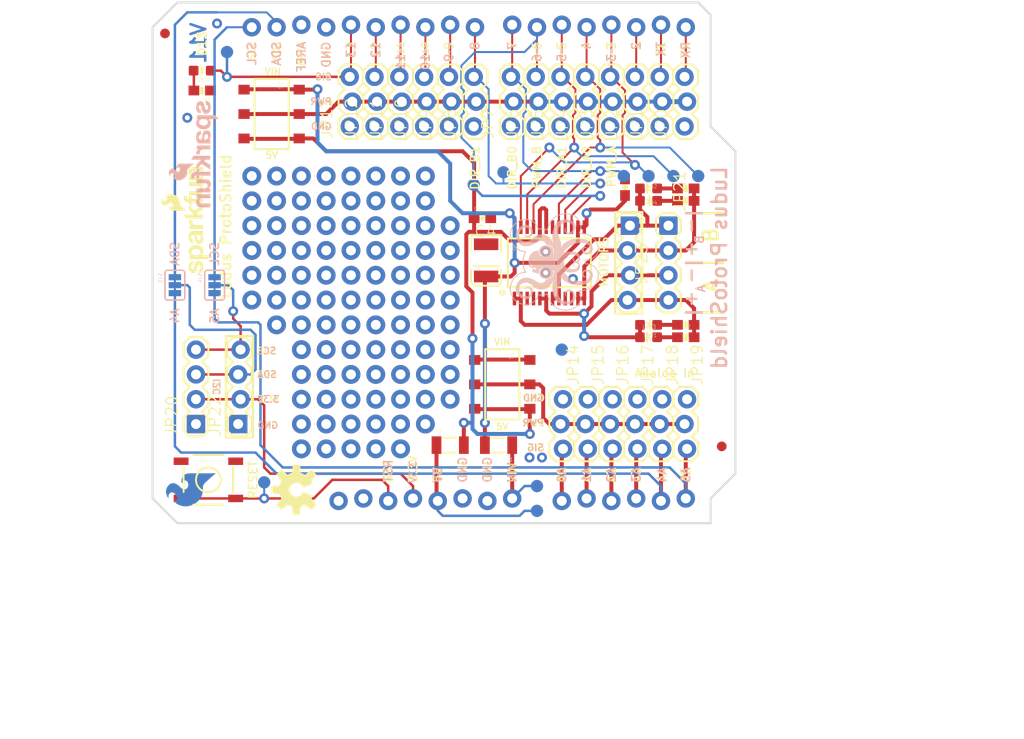
<source format=kicad_pcb>
(kicad_pcb (version 20211014) (generator pcbnew)
  (layers (0 "F.Cu" signal) (31 "B.Cu" signal) (34 "B.Paste" user) (35 "F.Paste" user) (36 "B.SilkS" user "B.Silkscreen") (37 "F.SilkS" user "F.Silkscreen") (38 "B.Mask" user) (39 "F.Mask" user) (44 "Edge.Cuts" user))
  (net 0 "")
  (net 1 "GND")
  (net 2 "D12")
  (net 3 "D13")
  (net 4 "PWMA")
  (net 5 "PWMB")
  (net 6 "VIN")
  (net 7 "N$4")
  (net 8 "N$5")
  (net 9 "N$8")
  (net 10 "N$9")
  (net 11 "3.3V")
  (net 12 "VCC")
  (net 13 "D10")
  (net 14 "D2")
  (net 15 "A5")
  (net 16 "A4")
  (net 17 "A2")
  (net 18 "A1")
  (net 19 "A0")
  (net 20 "AOUT1")
  (net 21 "AOUT2")
  (net 22 "BOUT2")
  (net 23 "BOUT1")
  (net 24 "BIN1")
  (net 25 "AIN2")
  (net 26 "AIN1")
  (net 27 "D11")
  (net 28 "D0")
  (net 29 "D1")
  (net 30 "RESET")
  (net 31 "A3")
  (net 32 "N$1")
  (net 33 "FUSED_VIN")
  (net 34 "FUSED_VCC")
  (net 35 "PWR_RAIL")
  (net 36 "ANALOG_PWR_RAIL")
  (net 37 "SDA")
  (net 38 "SCL")
  (net 39 "SCL_I2C_PORT")
  (net 40 "SDA_I2C_PORT")
  (net 41 "N$2")
  (net 42 "N$3")
  (net 43 "N$6")
  (net 44 "N$7")
  (net 45 "N$10")
  (net 46 "N$11")
  (net 47 "N$12")
  (net 48 "N$13")
  (net 49 "N$14")
  (net 50 "N$15")
  (net 51 "N$16")
  (net 52 "N$24")
  (net 53 "N$25")
  (net 54 "N$26")
  (net 55 "N$27")
  (net 56 "N$28")
  (net 57 "N$29")
  (net 58 "N$30")
  (net 59 "N$31")
  (net 60 "N$32")
  (net 61 "N$33")
  (net 62 "N$34")
  (net 63 "N$35")
  (net 64 "N$36")
  (net 65 "N$37")
  (net 66 "N$38")
  (net 67 "N$39")
  (net 68 "N$40")
  (net 69 "N$41")
  (net 70 "N$45")
  (net 71 "N$46")
  (net 72 "N$47")
  (net 73 "N$48")
  (net 74 "N$49")
  (net 75 "N$50")
  (net 76 "N$51")
  (net 77 "N$52")
  (net 78 "N$53")
  (net 79 "N$54")
  (net 80 "N$55")
  (net 81 "N$56")
  (net 82 "N$57")
  (net 83 "N$58")
  (net 84 "N$59")
  (net 85 "N$60")
  (net 86 "N$61")
  (net 87 "N$62")
  (net 88 "N$63")
  (net 89 "N$64")
  (net 90 "N$65")
  (net 91 "N$66")
  (net 92 "N$67")
  (net 93 "N$68")
  (net 94 "N$69")
  (net 95 "N$70")
  (net 96 "N$71")
  (net 97 "N$72")
  (net 98 "N$73")
  (net 99 "N$74")
  (net 100 "N$76")
  (net 101 "N$77")
  (net 102 "N$78")
  (net 103 "N$79")
  (net 104 "N$80")
  (net 105 "N$81")
  (net 106 "N$82")
  (net 107 "N$83")
  (net 108 "N$84")
  (net 109 "N$85")
  (net 110 "N$86")
  (net 111 "N$87")
  (net 112 "N$88")
  (net 113 "N$89")
  (net 114 "N$90")
  (net 115 "N$91")
  (net 116 "N$92")
  (net 117 "N$93")
  (net 118 "N$94")
  (net 119 "N$95")
  (net 120 "N$96")
  (net 121 "N$97")
  (net 122 "N$98")
  (net 123 "N$99")
  (net 124 "N$100")
  (net 125 "N$101")
  (net 126 "N$102")
  (net 127 "N$103")
  (net 128 "N$23")
  (net 129 "N$42")
  (net 130 "N$17")
  (net 131 "N$18")
  (net 132 "N$19")
  (net 133 "BIN2")
  (net 134 "D9")
  (footprint "boardEagle:LED-0603" (layer "F.Cu") (at 169.4561 98.6536 -90)
    (fp_text reference "LED4")
    (fp_text value "BLUE")
  )
  (footprint "boardEagle:1X03_LOCK" (layer "F.Cu") (at 170.7261 91.0336 90)
    (fp_text reference "JP1")
    (fp_text value "D1")
  )
  (footprint "boardEagle:1X03_LOCK" (layer "F.Cu") (at 144.0561 91.0336 90)
    (fp_text reference "JP11")
    (fp_text value "D11")
  )
  (footprint "boardEagle:1X03_LOCK" (layer "F.Cu") (at 160.5661 91.0336 90)
    (fp_text reference "JP5")
    (fp_text value "D5")
  )
  (footprint "boardEagle:TACTILE-SWITCH-SMD" (layer "F.Cu") (at 124.3711 127.2286)
    (fp_text reference "S4")
    (fp_text value "RESET")
  )
  (footprint "boardEagle:0603-RES" (layer "F.Cu") (at 173.2661 112.6236)
    (fp_text reference "R1")
    (fp_text value "1K")
  )
  (footprint "boardEagle:1X04_LOCK" (layer "F.Cu") (at 167.4241 101.1936 -90)
    (fp_text reference "JP23")
    (fp_text value "")
  )
  (footprint "boardEagle:LED-0603" (layer "F.Cu") (at 123.7361 85.3186 90)
    (fp_text reference "LED5")
    (fp_text value "BLUE")
  )
  (footprint "boardEagle:LED-0603" (layer "F.Cu") (at 169.4561 97.3836 90)
    (fp_text reference "LED2")
    (fp_text value "Yellow")
  )
  (footprint "boardEagle:1X03_LOCK" (layer "F.Cu") (at 170.7261 118.9736 -90)
    (fp_text reference "JP18")
    (fp_text value "A4")
  )
  (footprint "boardEagle:1X04" (layer "F.Cu") (at 123.1011 121.5136 90)
    (fp_text reference "JP20")
    (fp_text value "")
  )
  (footprint "boardEagle:0603-RES" (layer "F.Cu") (at 173.2661 111.3536)
    (fp_text reference "R2")
    (fp_text value "1K")
  )
  (footprint "boardEagle:1X03_LOCK" (layer "F.Cu") (at 151.6761 91.0336 90)
    (fp_text reference "JP8")
    (fp_text value "D8")
  )
  (footprint "boardEagle:SSOP24" (layer "F.Cu") (at 159.2961 105.0036)
    (fp_text reference "U2")
    (fp_text value "TB6612FNG")
  )
  (footprint "boardEagle:1X03_LOCK" (layer "F.Cu") (at 163.1061 91.0336 90)
    (fp_text reference "JP4")
    (fp_text value "D4")
  )
  (footprint "boardEagle:0603-CAP" (layer "F.Cu") (at 152.4381 100.4316)
    (fp_text reference "C2")
    (fp_text value "0.1uF")
  )
  (footprint "boardEagle:1X03_LOCK" (layer "F.Cu") (at 158.0261 91.0336 90)
    (fp_text reference "JP6")
    (fp_text value "D6")
  )
  (footprint "boardEagle:1X03_LOCK" (layer "F.Cu") (at 155.4861 91.0336 90)
    (fp_text reference "JP7")
    (fp_text value "D7")
  )
  (footprint "boardEagle:1X03_LOCK" (layer "F.Cu") (at 141.5161 91.0336 90)
    (fp_text reference "JP12")
    (fp_text value "D12")
  )
  (footprint "boardEagle:0603-CAP" (layer "F.Cu") (at 167.0431 97.2566 90)
    (fp_text reference "C1")
    (fp_text value "0.1uF")
  )
  (footprint "boardEagle:1X03_LOCK" (layer "F.Cu") (at 173.2661 118.9736 -90)
    (fp_text reference "JP19")
    (fp_text value "A5")
  )
  (footprint "boardEagle:1X03_LOCK" (layer "F.Cu") (at 163.1061 118.9736 -90)
    (fp_text reference "JP15")
    (fp_text value "A1")
  )
  (footprint "boardEagle:OSHW-LOGO-M" (layer "F.Cu") (at 133.3881 128.2446 90)
    (fp_text reference "LOGO1" hide)
    (fp_text value "OSHW-LOGOM" hide)
  )
  (footprint "boardEagle:LED-0603" (layer "F.Cu") (at 169.4561 112.6236 90)
    (fp_text reference "LED1")
    (fp_text value "Yellow")
  )
  (footprint "boardEagle:1X03_LOCK" (layer "F.Cu") (at 165.6461 118.9736 -90)
    (fp_text reference "JP16")
    (fp_text value "A2")
  )
  (footprint "boardEagle:CREATIVE_COMMONS" (layer "F.Cu") (at 125.0061 153.2636)
    (fp_text reference "FRAME2" hide)
    (fp_text value "FRAME-LEDGER" hide)
  )
  (footprint "boardEagle:PTC-1206" (layer "F.Cu") (at 149.1361 123.6726)
    (fp_text reference "F2")
    (fp_text value "")
  )
  (footprint "boardEagle:0603-RES" (layer "F.Cu") (at 173.2661 98.6536)
    (fp_text reference "R4")
    (fp_text value "1K")
  )
  (footprint "boardEagle:1X04" (layer "F.Cu") (at 171.4881 101.1936 -90)
    (fp_text reference "JP21")
    (fp_text value "")
  )
  (footprint "boardEagle:1X03_LOCK" (layer "F.Cu") (at 168.1861 118.9736 -90)
    (fp_text reference "JP17")
    (fp_text value "A3")
  )
  (footprint "boardEagle:UNO_R3_SHIELD_NOLABELS_LOCK" (layer "F.Cu") (at 118.6561 78.3336 -90)
    (fp_text reference "U1" hide)
    (fp_text value "ARDUINO" hide)
  )
  (footprint "boardEagle:1X03_LOCK" (layer "F.Cu") (at 165.6461 91.0336 90)
    (fp_text reference "JP3")
    (fp_text value "D3")
  )
  (footprint "boardEagle:1X04_LOCK" (layer "F.Cu") (at 127.5461 121.5136 90)
    (fp_text reference "JP22")
    (fp_text value "")
  )
  (footprint "boardEagle:1X03_LOCK" (layer "F.Cu") (at 149.1361 91.0336 90)
    (fp_text reference "JP9")
    (fp_text value "D9")
  )
  (footprint "boardEagle:AYZ0202" (layer "F.Cu") (at 130.8481 89.7636 -90)
    (fp_text reference "S2")
    (fp_text value "")
  )
  (footprint "boardEagle:0603-RES" (layer "F.Cu") (at 123.7361 87.3506 180)
    (fp_text reference "R5")
    (fp_text value "330")
  )
  (footprint "boardEagle:SFE_LOGO_NAME_FLAME_.1" (layer "F.Cu") (at 124.7521 106.5276 90)
    (fp_text reference "LOGO2" hide)
    (fp_text value "SFE_LOGO_NAME_FLAME.1_INCH" hide)
  )
  (footprint "boardEagle:0603-RES" (layer "F.Cu") (at 173.2661 97.3836)
    (fp_text reference "R3")
    (fp_text value "1K")
  )
  (footprint "boardEagle:EIA3528" (layer "F.Cu") (at 152.8191 104.7496 -90)
    (fp_text reference "C4")
    (fp_text value "10uf , 20V")
  )
  (footprint "boardEagle:1X03_LOCK" (layer "F.Cu") (at 168.1861 91.0336 90)
    (fp_text reference "JP2")
    (fp_text value "D2")
  )
  (footprint "boardEagle:1X03_LOCK" (layer "F.Cu") (at 160.5661 118.9736 -90)
    (fp_text reference "JP14")
    (fp_text value "A0")
  )
  (footprint "boardEagle:1X03_LOCK" (layer "F.Cu") (at 138.9761 91.0336 90)
    (fp_text reference "JP13")
    (fp_text value "D13")
  )
  (footprint "boardEagle:PTC-1206" (layer "F.Cu") (at 154.0891 123.6726 180)
    (fp_text reference "F1")
    (fp_text value "")
  )
  (footprint "boardEagle:FIDUCIAL-1X2" (layer "F.Cu") (at 176.9491 123.7996)
    (fp_text reference "FID2" hide)
    (fp_text value "FIDUCIAL1X2" hide)
  )
  (footprint "boardEagle:1X03_LOCK" (layer "F.Cu") (at 173.2661 91.0336 90)
    (fp_text reference "JP0")
    (fp_text value "D0")
  )
  (footprint "boardEagle:FIDUCIAL-1X2" (layer "F.Cu") (at 119.9261 81.5086)
    (fp_text reference "FID1" hide)
    (fp_text value "FIDUCIAL1X2" hide)
  )
  (footprint "boardEagle:LED-0603" (layer "F.Cu") (at 169.4561 111.3536 -90)
    (fp_text reference "LED3")
    (fp_text value "BLUE")
  )
  (footprint "boardEagle:AYZ0202" (layer "F.Cu") (at 154.4701 117.4496 -90)
    (fp_text reference "S1")
    (fp_text value "")
  )
  (footprint "boardEagle:1X03_LOCK" (layer "F.Cu") (at 146.5961 91.0336 90)
    (fp_text reference "JP10")
    (fp_text value "D10")
  )
  (footprint "boardEagle:PAD.03X.05" (layer "B.Cu") (at 158.0261 127.8636 90)
    (fp_text reference "TP9" hide)
    (fp_text value "" hide)
  )
  (footprint "boardEagle:PAD.03X.05" (layer "B.Cu") (at 154.5971 95.7326 90)
    (fp_text reference "TP5" hide)
    (fp_text value "" hide)
  )
  (footprint "boardEagle:PAD.03X.05" (layer "B.Cu") (at 130.0861 127.4826 180)
    (fp_text reference "TP8" hide)
    (fp_text value "" hide)
  )
  (footprint "boardEagle:PAD.03X.05" (layer "B.Cu") (at 171.9961 96.1136 180)
    (fp_text reference "TP2" hide)
    (fp_text value "" hide)
  )
  (footprint "boardEagle:SFE_LOGO_FLAME_COPPER_.2" (layer "B.Cu") (at 125.3871 126.2126 -90)
    (fp_text reference "LOGO3" hide)
    (fp_text value "SFE_LOGO_FLAME.2COP" hide)
  )
  (footprint "boardEagle:PAD-JUMPER-3-3OF3_NC_BY_TRACE_YES_SILK_FULL_BOX" (layer "B.Cu") (at 120.9421 107.2896 -90)
    (fp_text reference "SJ3")
    (fp_text value "")
  )
  (footprint "boardEagle:PAD-JUMPER-3-3OF3_NC_BY_TRACE_YES_SILK_FULL_BOX" (layer "B.Cu") (at 125.0061 107.2896 -90)
    (fp_text reference "SJ4")
    (fp_text value "")
  )
  (footprint "boardEagle:PAD.03X.05" (layer "B.Cu") (at 158.0261 130.4036 180)
    (fp_text reference "TP10" hide)
    (fp_text value "" hide)
  )
  (footprint "boardEagle:SFE_LOGO_NAME_FLAME_.1" (layer "B.Cu") (at 125.5141 87.9856 -90)
    (fp_text reference "LOGO4" hide)
    (fp_text value "SFE_LOGO_NAME_FLAME.1_INCH" hide)
  )
  (footprint "boardEagle:PAD.03X.05" (layer "B.Cu") (at 151.5491 97.0026 90)
    (fp_text reference "TP6" hide)
    (fp_text value "" hide)
  )
  (footprint "boardEagle:SFE_LUDUS-M" (layer "B.Cu") (at 159.9311 105.0036 -90)
    (fp_text reference "U$1" hide)
    (fp_text value "SFE_LUDUSSFE_LUDUS-M" hide)
  )
  (footprint "boardEagle:PAD.03X.05" (layer "B.Cu") (at 174.5361 96.1136 180)
    (fp_text reference "TP1" hide)
    (fp_text value "" hide)
  )
  (footprint "boardEagle:PAD.03X.05" (layer "B.Cu") (at 160.5661 113.8936 180)
    (fp_text reference "TP11" hide)
    (fp_text value "" hide)
  )
  (footprint "boardEagle:PAD.03X.05" (layer "B.Cu") (at 169.4561 96.1136 180)
    (fp_text reference "TP3" hide)
    (fp_text value "" hide)
  )
  (footprint "boardEagle:PAD.03X.05" (layer "B.Cu") (at 126.2761 83.4136 90)
    (fp_text reference "TP7" hide)
    (fp_text value "" hide)
  )
  (footprint "boardEagle:PAD.03X.05" (layer "B.Cu") (at 166.9161 96.1136 90)
    (fp_text reference "TP4" hide)
    (fp_text value "" hide)
  )
  (gr_line (start 174.9171 99.9236) (end 173.2661 99.9236) (layer "B.SilkS") (width 0.254))
  (gr_line (start 174.9171 110.0836) (end 173.2661 110.0836) (layer "B.SilkS") (width 0.254))
  (gr_line (start 174.9171 105.0036) (end 173.2661 105.0036) (layer "B.SilkS") (width 0.254))
  (gr_line (start 128.9431 122.9106) (end 128.9431 112.4966) (layer "F.SilkS") (width 0.2032))
  (gr_line (start 126.1491 112.4966) (end 126.1491 122.9106) (layer "F.SilkS") (width 0.2032))
  (gr_line (start 168.8211 99.7966) (end 166.0271 99.7966) (layer "F.SilkS") (width 0.2032))
  (gr_line (start 128.9431 112.4966) (end 126.1491 112.4966) (layer "F.SilkS") (width 0.2032))
  (gr_line (start 166.0271 99.7966) (end 166.0271 110.2106) (layer "F.SilkS") (width 0.2032))
  (gr_line (start 126.1491 122.9106) (end 128.9431 122.9106) (layer "F.SilkS") (width 0.2032))
  (gr_line (start 177.0761 110.0836) (end 173.2661 110.0836) (layer "F.SilkS") (width 0.254))
  (gr_line (start 166.0271 110.2106) (end 168.8211 110.2106) (layer "F.SilkS") (width 0.2032))
  (gr_line (start 177.0761 105.0036) (end 173.2661 105.0036) (layer "F.SilkS") (width 0.254))
  (gr_line (start 168.8211 110.2106) (end 168.8211 99.7966) (layer "F.SilkS") (width 0.2032))
  (gr_line (start 177.0761 99.9236) (end 173.2661 99.9236) (layer "F.SilkS") (width 0.254))
  (gr_line (start 175.8061 129.1336) (end 178.3461 126.5936) (layer "Edge.Cuts") (width 0.2032))
  (gr_line (start 174.5361 78.3336) (end 121.1961 78.3336) (layer "Edge.Cuts") (width 0.2032))
  (gr_line (start 178.3461 93.5736) (end 175.8061 91.0336) (layer "Edge.Cuts") (width 0.2032))
  (gr_line (start 175.8061 79.6036) (end 174.5361 78.3336) (layer "Edge.Cuts") (width 0.2032))
  (gr_line (start 175.8061 91.0336) (end 175.8061 79.6036) (layer "Edge.Cuts") (width 0.2032))
  (gr_line (start 118.6561 80.8736) (end 118.6561 129.1336) (layer "Edge.Cuts") (width 0.2032))
  (gr_line (start 175.8061 131.6736) (end 175.8061 129.1336) (layer "Edge.Cuts") (width 0.2032))
  (gr_line (start 118.6561 129.1336) (end 121.1961 131.6736) (layer "Edge.Cuts") (width 0.2032))
  (gr_line (start 121.1961 131.6736) (end 175.8061 131.6736) (layer "Edge.Cuts") (width 0.2032))
  (gr_line (start 121.1961 78.3336) (end 118.6561 80.8736) (layer "Edge.Cuts") (width 0.2032))
  (gr_line (start 178.3461 126.5936) (end 178.3461 93.5736) (layer "Edge.Cuts") (width 0.2032))
  (gr_text "V11" (at 124.2441 80.2386 -270) (layer "B.Cu") (effects (font (size 1.5113 1.5113) (thickness 0.2667)) (justify left bottom mirror)))
  (gr_text "AREF" (at 133.8961 82.2706 -270) (layer "B.SilkS") (effects (font (size 0.8636 0.8636) (thickness 0.1524)) (justify left mirror)))
  (gr_text "~~9" (at 149.0091 82.2706 -270) (layer "B.SilkS") (effects (font (size 0.8636 0.8636) (thickness 0.1524)) (justify left mirror)))
  (gr_text "B" (at 175.1711 102.0826 -270) (layer "B.SilkS") (effects (font (size 0.8636 0.8636) (thickness 0.1524)) (justify left bottom mirror)))
  (gr_text "VIN" (at 155.4861 127.6096 -270) (layer "B.SilkS") (effects (font (size 0.8636 0.8636) (thickness 0.1524)) (justify right mirror)))
  (gr_text "RX" (at 173.2661 82.2706 -270) (layer "B.SilkS") (effects (font (size 0.8636 0.8636) (thickness 0.1524)) (justify left mirror)))
  (gr_text "A1" (at 163.1061 127.6096 -270) (layer "B.SilkS") (effects (font (size 0.8636 0.8636) (thickness 0.1524)) (justify right mirror)))
  (gr_text "SIG" (at 137.0711 85.9536) (layer "B.SilkS") (effects (font (size 0.69088 0.69088) (thickness 0.12192)) (justify left mirror)))
  (gr_text "~~10" (at 146.5961 82.2706 -270) (layer "B.SilkS") (effects (font (size 0.8636 0.8636) (thickness 0.1524)) (justify left mirror)))
  (gr_text "A0" (at 160.5661 127.6096 -270) (layer "B.SilkS") (effects (font (size 0.8636 0.8636) (thickness 0.1524)) (justify right mirror)))
  (gr_text "SDA" (at 120.9421 105.3846 -270) (layer "B.SilkS") (effects (font (size 0.8636 0.8636) (thickness 0.1524)) (justify right mirror)))
  (gr_text "-" (at 174.5361 101.1936 90) (layer "B.SilkS") (effects (font (size 1.2954 1.2954) (thickness 0.2286)) (justify bottom)))
  (gr_text "A4" (at 170.8531 127.6096 -270) (layer "B.SilkS") (effects (font (size 0.8636 0.8636) (thickness 0.1524)) (justify right mirror)))
  (gr_text "~~3" (at 165.6461 82.2706 -270) (layer "B.SilkS") (effects (font (size 0.8636 0.8636) (thickness 0.1524)) (justify left mirror)))
  (gr_text "SDA" (at 131.3561 82.2706 -270) (layer "B.SilkS") (effects (font (size 0.8636 0.8636) (thickness 0.1524)) (justify left mirror)))
  (gr_text "3.3V" (at 129.3241 118.9736) (layer "B.SilkS") (effects (font (size 0.69088 0.69088) (thickness 0.12192)) (justify right mirror)))
  (gr_text "~~6" (at 158.0261 82.2706 -270) (layer "B.SilkS") (effects (font (size 0.8636 0.8636) (thickness 0.1524)) (justify left mirror)))
  (gr_text "RST" (at 142.7861 127.6096 -270) (layer "B.SilkS") (effects (font (size 0.8636 0.8636) (thickness 0.1524)) (justify right mirror)))
  (gr_text "TX" (at 170.7261 82.2706 -270) (layer "B.SilkS") (effects (font (size 0.8636 0.8636) (thickness 0.1524)) (justify left mirror)))
  (gr_text "2" (at 168.1861 82.2706 -270) (layer "B.SilkS") (effects (font (size 0.8636 0.8636) (thickness 0.1524)) (justify left mirror)))
  (gr_text "A" (at 175.2981 107.1626 -270) (layer "B.SilkS") (effects (font (size 0.8636 0.8636) (thickness 0.1524)) (justify left bottom mirror)))
  (gr_text "+" (at 174.5361 103.6066 90) (layer "B.SilkS") (effects (font (size 1.2954 1.2954) (thickness 0.2286)) (justify bottom)))
  (gr_text "SIG" (at 158.7881 123.9266) (layer "B.SilkS") (effects (font (size 0.69088 0.69088) (thickness 0.12192)) (justify left mirror)))
  (gr_text "13" (at 138.9761 82.2706 -270) (layer "B.SilkS") (effects (font (size 0.8636 0.8636) (thickness 0.1524)) (justify left mirror)))
  (gr_text "GND" (at 129.3241 121.6406) (layer "B.SilkS") (effects (font (size 0.69088 0.69088) (thickness 0.12192)) (justify right mirror)))
  (gr_text "GND" (at 136.4361 82.2706 -270) (layer "B.SilkS") (effects (font (size 0.8636 0.8636) (thickness 0.1524)) (justify left mirror)))
  (gr_text "GND" (at 158.7881 118.8466) (layer "B.SilkS") (effects (font (size 0.69088 0.69088) (thickness 0.12192)) (justify left mirror)))
  (gr_text "~~11" (at 144.0561 82.2706 -270) (layer "B.SilkS") (effects (font (size 0.8636 0.8636) (thickness 0.1524)) (justify left mirror)))
  (gr_text "+" (at 174.5361 108.6866 90) (layer "B.SilkS") (effects (font (size 1.2954 1.2954) (thickness 0.2286)) (justify bottom)))
  (gr_text "-" (at 174.5361 106.2736 90) (layer "B.SilkS") (effects (font (size 1.2954 1.2954) (thickness 0.2286)) (justify bottom)))
  (gr_text "4" (at 163.1061 82.2706 -270) (layer "B.SilkS") (effects (font (size 0.8636 0.8636) (thickness 0.1524)) (justify left mirror)))
  (gr_text "A2" (at 165.6461 127.6096 -270) (layer "B.SilkS") (effects (font (size 0.8636 0.8636) (thickness 0.1524)) (justify right mirror)))
  (gr_text "SDA" (at 129.3241 116.4336) (layer "B.SilkS") (effects (font (size 0.69088 0.69088) (thickness 0.12192)) (justify right mirror)))
  (gr_text "12" (at 141.5161 82.2706 -270) (layer "B.SilkS") (effects (font (size 0.8636 0.8636) (thickness 0.1524)) (justify left mirror)))
  (gr_text "Ludus ProtoShield" (at 177.5841 94.9706 -270) (layer "B.SilkS") (effects (font (size 1.5113 1.5113) (thickness 0.2667)) (justify left bottom mirror)))
  (gr_text "SCL" (at 129.3241 114.0206) (layer "B.SilkS") (effects (font (size 0.69088 0.69088) (thickness 0.12192)) (justify right mirror)))
  (gr_text "GND" (at 152.9461 127.6096 -270) (layer "B.SilkS") (effects (font (size 0.8636 0.8636) (thickness 0.1524)) (justify right mirror)))
  (gr_text "SCL" (at 125.0061 105.3846 -270) (layer "B.SilkS") (effects (font (size 0.8636 0.8636) (thickness 0.1524)) (justify right mirror)))
  (gr_text "7" (at 155.4861 82.2706 -270) (layer "B.SilkS") (effects (font (size 0.8636 0.8636) (thickness 0.1524)) (justify left mirror)))
  (gr_text "PWR" (at 158.7881 121.3866) (layer "B.SilkS") (effects (font (size 0.69088 0.69088) (thickness 0.12192)) (justify left mirror)))
  (gr_text "SCL" (at 128.8161 82.2706 -270) (layer "B.SilkS") (effects (font (size 0.8636 0.8636) (thickness 0.1524)) (justify left mirror)))
  (gr_text "A4" (at 120.9421 109.5756 -270) (layer "B.SilkS") (effects (font (size 0.8636 0.8636) (thickness 0.1524)) (justify left mirror)))
  (gr_text "GND" (at 137.0711 91.0336) (layer "B.SilkS") (effects (font (size 0.69088 0.69088) (thickness 0.12192)) (justify left mirror)))
  (gr_text "A5" (at 173.2661 127.6096 -270) (layer "B.SilkS") (effects (font (size 0.8636 0.8636) (thickness 0.1524)) (justify right mirror)))
  (gr_text "5V" (at 147.8661 127.6096 -270) (layer "B.SilkS") (effects (font (size 0.8636 0.8636) (thickness 0.1524)) (justify right mirror)))
  (gr_text "GND" (at 150.4061 127.6096 -270) (layer "B.SilkS") (effects (font (size 0.8636 0.8636) (thickness 0.1524)) (justify right mirror)))
  (gr_text "I2C" (at 125.6411 117.7036 -270) (layer "B.SilkS") (effects (font (size 0.69088 0.69088) (thickness 0.12192)) (justify bottom mirror)))
  (gr_text "~~5" (at 160.5661 82.2706 -270) (layer "B.SilkS") (effects (font (size 0.8636 0.8636) (thickness 0.1524)) (justify left mirror)))
  (gr_text "8" (at 151.6761 82.2706 -270) (layer "B.SilkS") (effects (font (size 0.8636 0.8636) (thickness 0.1524)) (justify left mirror)))
  (gr_text "3.3V" (at 145.3261 127.6096 -270) (layer "B.SilkS") (effects (font (size 0.69088 0.69088) (thickness 0.12192)) (justify right mirror)))
  (gr_text "A5" (at 125.0061 109.5756 -270) (layer "B.SilkS") (effects (font (size 0.8636 0.8636) (thickness 0.1524)) (justify left mirror)))
  (gr_text "A3" (at 168.1861 127.6096 -270) (layer "B.SilkS") (effects (font (size 0.8636 0.8636) (thickness 0.1524)) (justify right mirror)))
  (gr_text "PWR" (at 137.0711 88.4936) (layer "B.SilkS") (effects (font (size 0.69088 0.69088) (thickness 0.12192)) (justify left mirror)))
  (gr_text "PWM_A" (at 165.6461 92.9386 90) (layer "F.SilkS") (effects (font (size 0.8636 0.8636) (thickness 0.1524)) (justify right)))
  (gr_text "7" (at 155.4861 82.2706 90) (layer "F.SilkS") (effects (font (size 0.8636 0.8636) (thickness 0.1524)) (justify right)))
  (gr_text "A0" (at 160.5661 127.6096 90) (layer "F.SilkS") (effects (font (size 0.8636 0.8636) (thickness 0.1524)) (justify left)))
  (gr_text "3.3V" (at 145.3261 127.6096 90) (layer "F.SilkS") (effects (font (size 0.8636 0.8636) (thickness 0.1524)) (justify left)))
  (gr_text "~~10" (at 146.5961 82.2706 90) (layer "F.SilkS") (effects (font (size 0.69088 0.69088) (thickness 0.12192)) (justify right)))
  (gr_text "GND" (at 137.0711 91.0336) (layer "F.SilkS") (effects (font (size 0.69088 0.69088) (thickness 0.12192)) (justify right)))
  (gr_text "SDA" (at 129.3241 116.4336) (layer "F.SilkS") (effects (font (size 0.69088 0.69088) (thickness 0.12192)) (justify left)))
  (gr_text "Ludus ProtoShield" (at 126.7841 108.8136 90) (layer "F.SilkS") (effects (font (size 1.0795 1.0795) (thickness 0.1905)) (justify left bottom)))
  (gr_text "TX" (at 170.7261 82.2706 90) (layer "F.SilkS") (effects (font (size 0.8636 0.8636) (thickness 0.1524)) (justify right)))
  (gr_text "VIN" (at 155.4861 127.6096 90) (layer "F.SilkS") (effects (font (size 0.8636 0.8636) (thickness 0.1524)) (justify left)))
  (gr_text "SIG" (at 158.9151 123.9266) (layer "F.SilkS") (effects (font (size 0.69088 0.69088) (thickness 0.12192)) (justify right)))
  (gr_text "PWM_B" (at 158.0261 92.9386 90) (layer "F.SilkS") (effects (font (size 0.8636 0.8636) (thickness 0.1524)) (justify right)))
  (gr_text "2" (at 168.1861 82.2706 90) (layer "F.SilkS") (effects (font (size 0.8636 0.8636) (thickness 0.1524)) (justify right)))
  (gr_text "~~11" (at 144.0561 82.2706 90) (layer "F.SilkS") (effects (font (size 0.69088 0.69088) (thickness 0.12192)) (justify right)))
  (gr_text "SCL" (at 128.8161 82.2706 90) (layer "F.SilkS") (effects (font (size 0.69088 0.69088) (thickness 0.12192)) (justify right)))
  (gr_text "GND" (at 129.3241 121.6406) (layer "F.SilkS") (effects (font (size 0.69088 0.69088) (thickness 0.12192)) (justify left)))
  (gr_text "DIR_A1" (at 160.5661 92.9386 90) (layer "F.SilkS") (effects (font (size 0.8636 0.8636) (thickness 0.1524)) (justify right)))
  (gr_text "D13" (at 124.2441 83.9216 90) (layer "F.SilkS") (effects (font (size 0.8636 0.8636) (thickness 0.1524)) (justify left bottom)))
  (gr_text "SIG" (at 137.0711 85.9536) (layer "F.SilkS") (effects (font (size 0.69088 0.69088) (thickness 0.12192)) (justify right)))
  (gr_text "RX" (at 173.2661 82.2706 90) (layer "F.SilkS") (effects (font (size 0.8636 0.8636) (thickness 0.1524)) (justify right)))
  (gr_text "A5" (at 173.2661 127.6096 90) (layer "F.SilkS") (effects (font (size 0.8636 0.8636) (thickness 0.1524)) (justify left)))
  (gr_text "5V" (at 147.8661 127.6096 90) (layer "F.SilkS") (effects (font (size 0.8636 0.8636) (thickness 0.1524)) (justify left)))
  (gr_text "13" (at 138.9761 82.2706 90) (layer "F.SilkS") (effects (font (size 0.8636 0.8636) (thickness 0.1524)) (justify right)))
  (gr_text "DIR_B0" (at 155.4861 92.9386 90) (layer "F.SilkS") (effects (font (size 0.8636 0.8636) (thickness 0.1524)) (justify right)))
  (gr_text "A1" (at 163.1061 127.6096 90) (layer "F.SilkS") (effects (font (size 0.8636 0.8636) (thickness 0.1524)) (justify left)))
  (gr_text "A" (at 176.6951 108.1786 90) (layer "F.SilkS") (effects (font (size 1.5113 1.5113) (thickness 0.2667)) (justify left bottom)))
  (gr_text "GND" (at 158.9151 118.8466) (layer "F.SilkS") (effects (font (size 0.69088 0.69088) (thickness 0.12192)) (justify right)))
  (gr_text "5V" (at 154.4701 121.3866) (layer "F.SilkS") (effects (font (size 0.69088 0.69088) (thickness 0.12192)) (justify top)))
  (gr_text "RESET" (at 129.4511 127.2286 90) (layer "F.SilkS") (effects (font (size 0.8636 0.8636) (thickness 0.1524)) (justify bottom)))
  (gr_text "A3" (at 168.1861 127.6096 90) (layer "F.SilkS") (effects (font (size 0.8636 0.8636) (thickness 0.1524)) (justify left)))
  (gr_text "RST" (at 142.7861 127.6096 90) (layer "F.SilkS") (effects (font (size 0.8636 0.8636) (thickness 0.1524)) (justify left)))
  (gr_text "+" (at 174.5361 108.6866 90) (layer "F.SilkS") (effects (font (size 1.2954 1.2954) (thickness 0.2286)) (justify bottom)))
  (gr_text "VIN" (at 154.4701 113.5126) (layer "F.SilkS") (effects (font (size 0.69088 0.69088) (thickness 0.12192)) (justify bottom)))
  (gr_text "Analog In" (at 174.2821 115.7986) (layer "F.SilkS") (effects (font (size 0.8636 0.8636) (thickness 0.1524)) (justify right top)))
  (gr_text "+" (at 174.5361 103.6066 90) (layer "F.SilkS") (effects (font (size 1.2954 1.2954) (thickness 0.2286)) (justify bottom)))
  (gr_text "~~9" (at 149.0091 82.2706 90) (layer "F.SilkS") (effects (font (size 0.8636 0.8636) (thickness 0.1524)) (justify right)))
  (gr_text "~~3" (at 165.6461 82.2706 90) (layer "F.SilkS") (effects (font (size 0.8636 0.8636) (thickness 0.1524)) (justify right)))
  (gr_text "~~5" (at 160.5661 82.2706 90) (layer "F.SilkS") (effects (font (size 0.8636 0.8636) (thickness 0.1524)) (justify right)))
  (gr_text "SDA" (at 131.3561 82.2706 90) (layer "F.SilkS") (effects (font (size 0.69088 0.69088) (thickness 0.12192)) (justify right)))
  (gr_text "MOTORS" (at 165.3921 104.8766 90) (layer "F.SilkS") (effects (font (size 0.8636 0.8636) (thickness 0.1524)) (justify bottom)))
  (gr_text "VIN" (at 130.9751 85.8266) (layer "F.SilkS") (effects (font (size 0.69088 0.69088) (thickness 0.12192)) (justify bottom)))
  (gr_text "I2C" (at 125.6411 117.7036 90) (layer "F.SilkS") (effects (font (size 0.69088 0.69088) (thickness 0.12192)) (justify bottom)))
  (gr_text "GND" (at 136.4361 82.2706 90) (layer "F.SilkS") (effects (font (size 0.8636 0.8636) (thickness 0.1524)) (justify right)))
  (gr_text "8" (at 151.6761 82.2706 90) (layer "F.SilkS") (effects (font (size 0.8636 0.8636) (thickness 0.1524)) (justify right)))
  (gr_text "~~6" (at 158.0261 82.2706 90) (layer "F.SilkS") (effects (font (size 0.8636 0.8636) (thickness 0.1524)) (justify right)))
  (gr_text "B" (at 176.6951 103.0986 90) (layer "F.SilkS") (effects (font (size 1.5113 1.5113) (thickness 0.2667)) (justify left bottom)))
  (gr_text "PWR" (at 158.9151 121.3866) (layer "F.SilkS") (effects (font (size 0.69088 0.69088) (thickness 0.12192)) (justify right)))
  (gr_text "-" (at 174.5361 106.2736 90) (layer "F.SilkS") (effects (font (size 1.2954 1.2954) (thickness 0.2286)) (justify bottom)))
  (gr_text "DIR_B1" (at 151.6761 92.9386 90) (layer "F.SilkS") (effects (font (size 0.8636 0.8636) (thickness 0.1524)) (justify right)))
  (gr_text "A4" (at 170.8531 127.6096 90) (layer "F.SilkS") (effects (font (size 0.8636 0.8636) (thickness 0.1524)) (justify left)))
  (gr_text "GND" (at 150.4061 127.6096 90) (layer "F.SilkS") (effects (font (size 0.8636 0.8636) (thickness 0.1524)) (justify left)))
  (gr_text "4" (at 163.1061 82.2706 90) (layer "F.SilkS") (effects (font (size 0.8636 0.8636) (thickness 0.1524)) (justify right)))
  (gr_text "A2" (at 165.6461 127.6096 90) (layer "F.SilkS") (effects (font (size 0.8636 0.8636) (thickness 0.1524)) (justify left)))
  (gr_text "5V" (at 130.8481 93.5736) (layer "F.SilkS") (effects (font (size 0.69088 0.69088) (thickness 0.12192)) (justify top)))
  (gr_text "12" (at 141.5161 82.2706 90) (layer "F.SilkS") (effects (font (size 0.8636 0.8636) (thickness 0.1524)) (justify right)))
  (gr_text "3.3V" (at 129.3241 118.9736) (layer "F.SilkS") (effects (font (size 0.69088 0.69088) (thickness 0.12192)) (justify left)))
  (gr_text "AREF" (at 133.8961 82.2706 90) (layer "F.SilkS") (effects (font (size 0.69088 0.69088) (thickness 0.12192)) (justify right)))
  (gr_text "SCL" (at 129.3241 114.0206) (layer "F.SilkS") (effects (font (size 0.69088 0.69088) (thickness 0.12192)) (justify left)))
  (gr_text "DIR_A0" (at 163.1061 92.9386 90) (layer "F.SilkS") (effects (font (size 0.8636 0.8636) (thickness 0.1524)) (justify right)))
  (gr_text "-" (at 174.5361 101.1936 90) (layer "F.SilkS") (effects (font (size 1.2954 1.2954) (thickness 0.2286)) (justify bottom)))
  (gr_text "GND" (at 152.9461 127.6096 90) (layer "F.SilkS") (effects (font (size 0.8636 0.8636) (thickness 0.1524)) (justify left)))
  (gr_text "PWR" (at 137.0711 88.4936) (layer "F.SilkS") (effects (font (size 0.69088 0.69088) (thickness 0.12192)) (justify right)))
  (via (at 125.2601 80.4926) (size 1.016) (drill 0.508) (layers "F.Cu" "B.Cu") (net 1))
  (via (at 157.2641 124.9426) (size 1.016) (drill 0.508) (layers "F.Cu" "B.Cu") (net 1))
  (via (at 161.7091 106.6546) (size 1.016) (drill 0.508) (layers "F.Cu" "B.Cu") (net 1))
  (via (at 158.5341 124.9426) (size 1.016) (drill 0.508) (layers "F.Cu" "B.Cu") (net 1))
  (via (at 122.2121 90.1446) (size 1.016) (drill 0.508) (layers "F.Cu" "B.Cu") (net 1))
  (via (at 158.9151 103.8606) (size 1.016) (drill 0.508) (layers "F.Cu" "B.Cu") (net 1))
  (via (at 158.9151 106.0196) (size 1.016) (drill 0.508) (layers "F.Cu" "B.Cu") (net 1))
  (segment (start 141.5161 85.8266) (end 141.3891 85.9536) (width 0.2032) (layer "F.Cu") (net 2))
  (segment (start 141.5161 80.8736) (end 141.5161 85.8266) (width 0.2032) (layer "F.Cu") (net 2))
  (segment (start 138.9761 85.8266) (end 138.8491 85.9536) (width 0.2032) (layer "F.Cu") (net 3))
  (segment (start 125.6411 85.3186) (end 126.2761 85.9536) (width 0.254) (layer "F.Cu") (net 3))
  (segment (start 138.9761 80.6196) (end 138.9761 85.8266) (width 0.2032) (layer "F.Cu") (net 3))
  (segment (start 138.8491 85.9536) (end 126.2761 85.9536) (width 0.254) (layer "F.Cu") (net 3))
  (segment (start 124.6131 85.3186) (end 125.6411 85.3186) (width 0.254) (layer "F.Cu") (net 3))
  (via (at 126.2761 85.9536) (size 1.016) (drill 0.508) (layers "F.Cu" "B.Cu") (net 3))
  (segment (start 126.2761 83.4136) (end 126.2761 85.9536) (width 0.254) (layer "B.Cu") (net 3))
  (segment (start 165.6461 85.8266) (end 165.5191 85.9536) (width 0.2032) (layer "F.Cu") (net 4))
  (segment (start 166.7891 89.8906) (end 167.0431 89.6366) (width 0.2032) (layer "F.Cu") (net 4))
  (segment (start 168.0591 94.9706) (end 166.7891 93.7006) (width 0.2032) (layer "F.Cu") (net 4))
  (segment (start 165.6461 80.6196) (end 165.6461 85.8266) (width 0.2032) (layer "F.Cu") (net 4))
  (segment (start 165.6461 85.9536) (end 167.0431 87.3506) (width 0.2032) (layer "F.Cu") (net 4))
  (segment (start 166.7891 93.7006) (end 166.7891 89.8906) (width 0.2032) (layer "F.Cu") (net 4))
  (segment (start 156.3711 101.3476) (end 156.3711 96.1176) (width 0.2032) (layer "F.Cu") (net 4))
  (segment (start 156.3711 96.1176) (end 159.2961 93.1926) (width 0.2032) (layer "F.Cu") (net 4))
  (segment (start 167.0431 89.6366) (end 167.0431 87.3506) (width 0.2032) (layer "F.Cu") (net 4))
  (segment (start 165.5191 85.9536) (end 165.6461 85.9536) (width 0.2032) (layer "F.Cu") (net 4))
  (via (at 159.2961 93.1926) (size 1.016) (drill 0.508) (layers "F.Cu" "B.Cu") (net 4))
  (via (at 168.0591 94.9706) (size 1.016) (drill 0.508) (layers "F.Cu" "B.Cu") (net 4))
  (segment (start 160.8201 94.7166) (end 159.2961 93.1926) (width 0.2032) (layer "B.Cu") (net 4))
  (segment (start 167.8051 94.7166) (end 168.0591 94.9706) (width 0.2032) (layer "B.Cu") (net 4))
  (segment (start 168.3131 94.9706) (end 169.4561 96.1136) (width 0.2032) (layer "B.Cu") (net 4))
  (segment (start 168.0591 94.9706) (end 168.3131 94.9706) (width 0.2032) (layer "B.Cu") (net 4))
  (segment (start 160.8201 94.7166) (end 167.8051 94.7166) (width 0.2032) (layer "B.Cu") (net 4))
  (segment (start 161.5711 100.1886) (end 163.6141 98.1456) (width 0.2032) (layer "F.Cu") (net 5))
  (segment (start 164.5031 98.1456) (end 163.6141 98.1456) (width 0.2032) (layer "F.Cu") (net 5))
  (segment (start 158.0261 80.8736) (end 158.0261 85.8266) (width 0.2032) (layer "F.Cu") (net 5))
  (segment (start 161.5711 101.3476) (end 161.5711 100.1886) (width 0.2032) (layer "F.Cu") (net 5))
  (segment (start 158.0261 85.8266) (end 157.8991 85.9536) (width 0.2032) (layer "F.Cu") (net 5))
  (via (at 164.5031 98.1456) (size 1.016) (drill 0.508) (layers "F.Cu" "B.Cu") (net 5))
  (segment (start 150.5331 89.6366) (end 150.5331 87.3506) (width 0.2032) (layer "B.Cu") (net 5))
  (segment (start 156.7561 83.4136) (end 158.0261 82.1436) (width 0.2032) (layer "B.Cu") (net 5))
  (segment (start 151.6761 83.4136) (end 156.7561 83.4136) (width 0.2032) (layer "B.Cu") (net 5))
  (segment (start 151.5491 93.4466) (end 150.2791 92.1766) (width 0.2032) (layer "B.Cu") (net 5))
  (segment (start 150.2791 87.0966) (end 150.2791 84.8106) (width 0.2032) (layer "B.Cu") (net 5))
  (segment (start 150.2791 92.1766) (end 150.2791 89.8906) (width 0.2032) (layer "B.Cu") (net 5))
  (segment (start 150.2791 89.8906) (end 150.5331 89.6366) (width 0.2032) (layer "B.Cu") (net 5))
  (segment (start 164.5031 98.1456) (end 152.4381 98.1456) (width 0.254) (layer "B.Cu") (net 5))
  (segment (start 151.6761 97.1296) (end 151.5491 97.0026) (width 0.254) (layer "B.Cu") (net 5))
  (segment (start 150.5331 87.3506) (end 150.2791 87.0966) (width 0.2032) (layer "B.Cu") (net 5))
  (segment (start 158.0261 82.1436) (end 158.0261 80.8736) (width 0.2032) (layer "B.Cu") (net 5))
  (segment (start 152.4381 98.1456) (end 151.6761 97.3836) (width 0.254) (layer "B.Cu") (net 5))
  (segment (start 150.2791 84.8106) (end 151.6761 83.4136) (width 0.2032) (layer "B.Cu") (net 5))
  (segment (start 151.6761 97.3836) (end 151.6761 97.1296) (width 0.254) (layer "B.Cu") (net 5))
  (segment (start 151.5491 97.0026) (end 151.5491 93.4466) (width 0.2032) (layer "B.Cu") (net 5))
  (segment (start 155.4861 129.1336) (end 155.4861 123.6756) (width 0.4064) (layer "F.Cu") (net 6))
  (segment (start 155.4861 123.6756) (end 155.4891 123.6726) (width 0.4064) (layer "F.Cu") (net 6))
  (segment (start 158.0261 127.8636) (end 156.7561 127.8636) (width 0.254) (layer "B.Cu") (net 6))
  (segment (start 156.7561 127.8636) (end 155.4861 129.1336) (width 0.254) (layer "B.Cu") (net 6))
  (segment (start 172.4161 112.6236) (end 170.3331 112.6236) (width 0.4064) (layer "F.Cu") (net 7))
  (segment (start 170.3331 111.3536) (end 172.4161 111.3536) (width 0.4064) (layer "F.Cu") (net 8))
  (segment (start 170.3331 97.3836) (end 172.4161 97.3836) (width 0.4064) (layer "F.Cu") (net 9))
  (segment (start 172.4161 98.6536) (end 170.3331 98.6536) (width 0.4064) (layer "F.Cu") (net 10))
  (segment (start 127.6731 118.9736) (end 123.1011 118.9736) (width 0.254) (layer "F.Cu") (net 11))
  (segment (start 130.0861 125.9586) (end 130.0861 119.6086) (width 0.254) (layer "F.Cu") (net 11))
  (segment (start 130.0861 119.6086) (end 129.4511 118.9736) (width 0.254) (layer "F.Cu") (net 11))
  (segment (start 129.4511 118.9736) (end 127.6731 118.9736) (width 0.254) (layer "F.Cu") (net 11))
  (segment (start 145.3261 129.1336) (end 145.3261 127.8636) (width 0.254) (layer "F.Cu") (net 11))
  (segment (start 130.7211 126.5936) (end 130.0861 125.9586) (width 0.254) (layer "F.Cu") (net 11))
  (segment (start 144.0561 126.5936) (end 130.7211 126.5936) (width 0.254) (layer "F.Cu") (net 11))
  (segment (start 145.3261 127.8636) (end 144.0561 126.5936) (width 0.254) (layer "F.Cu") (net 11))
  (segment (start 147.7361 123.6726) (end 147.7361 129.2576) (width 0.4064) (layer "F.Cu") (net 12))
  (segment (start 147.7361 129.2576) (end 147.8661 129.3876) (width 0.4064) (layer "F.Cu") (net 12))
  (segment (start 156.2481 130.9116) (end 148.3741 130.9116) (width 0.254) (layer "B.Cu") (net 12))
  (segment (start 156.7561 130.4036) (end 156.2481 130.9116) (width 0.254) (layer "B.Cu") (net 12))
  (segment (start 148.3741 130.9116) (end 147.8661 130.4036) (width 0.254) (layer "B.Cu") (net 12))
  (segment (start 158.0261 130.4036) (end 156.7561 130.4036) (width 0.254) (layer "B.Cu") (net 12))
  (segment (start 147.8661 130.4036) (end 147.8661 129.3876) (width 0.254) (layer "B.Cu") (net 12))
  (segment (start 146.5961 80.8736) (end 146.5961 85.8266) (width 0.2032) (layer "F.Cu") (net 13))
  (segment (start 146.5961 85.8266) (end 146.4691 85.9536) (width 0.2032) (layer "F.Cu") (net 13))
  (segment (start 168.1861 80.8736) (end 168.1861 85.8266) (width 0.2032) (layer "F.Cu") (net 14))
  (segment (start 168.1861 85.8266) (end 168.0591 85.9536) (width 0.2032) (layer "F.Cu") (net 14))
  (segment (start 173.2661 129.1336) (end 173.2661 124.1806) (width 0.4064) (layer "F.Cu") (net 15))
  (segment (start 173.2661 124.1806) (end 173.3931 124.0536) (width 0.4064) (layer "F.Cu") (net 15))
  (segment (start 129.7051 123.6726) (end 131.9911 125.9586) (width 0.254) (layer "B.Cu") (net 15))
  (segment (start 173.2661 127.6096) (end 173.2661 129.1336) (width 0.254) (layer "B.Cu") (net 15))
  (segment (start 131.9911 125.9586) (end 171.6151 125.9586) (width 0.254) (layer "B.Cu") (net 15))
  (segment (start 125.0061 110.7186) (end 125.3871 111.0996) (width 0.254) (layer "B.Cu") (net 15))
  (segment (start 125.0061 108.1024) (end 125.0061 110.7186) (width 0.254) (layer "B.Cu") (net 15))
  (segment (start 125.3871 111.0996) (end 129.4511 111.0996) (width 0.254) (layer "B.Cu") (net 15))
  (segment (start 171.6151 125.9586) (end 173.2661 127.6096) (width 0.254) (layer "B.Cu") (net 15))
  (segment (start 129.4511 111.0996) (end 129.7051 111.3536) (width 0.254) (layer "B.Cu") (net 15))
  (segment (start 129.7051 111.3536) (end 129.7051 123.6726) (width 0.254) (layer "B.Cu") (net 15))
  (segment (start 170.7261 124.1806) (end 170.8531 124.0536) (width 0.4064) (layer "F.Cu") (net 16))
  (segment (start 170.7261 129.3876) (end 170.7261 124.1806) (width 0.4064) (layer "F.Cu") (net 16))
  (segment (start 120.9421 108.1024) (end 120.9421 123.7996) (width 0.254) (layer "B.Cu") (net 16))
  (segment (start 129.1971 124.4346) (end 131.3561 126.5936) (width 0.254) (layer "B.Cu") (net 16))
  (segment (start 170.7261 127.8636) (end 170.7261 129.3876) (width 0.254) (layer "B.Cu") (net 16))
  (segment (start 131.3561 126.5936) (end 169.4561 126.5936) (width 0.254) (layer "B.Cu") (net 16))
  (segment (start 121.5771 124.4346) (end 129.1971 124.4346) (width 0.254) (layer "B.Cu") (net 16))
  (segment (start 170.7261 127.8636) (end 169.4561 126.5936) (width 0.254) (layer "B.Cu") (net 16))
  (segment (start 120.9421 123.7996) (end 121.5771 124.4346) (width 0.254) (layer "B.Cu") (net 16))
  (segment (start 165.6461 129.3876) (end 165.6461 124.1806) (width 0.4064) (layer "F.Cu") (net 17))
  (segment (start 165.6461 124.1806) (end 165.7731 124.0536) (width 0.4064) (layer "F.Cu") (net 17))
  (segment (start 163.1061 129.1336) (end 163.1061 124.1806) (width 0.4064) (layer "F.Cu") (net 18))
  (segment (start 163.1061 124.1806) (end 163.2331 124.0536) (width 0.4064) (layer "F.Cu") (net 18))
  (segment (start 160.5661 129.3876) (end 160.5661 124.1806) (width 0.4064) (layer "F.Cu") (net 19))
  (segment (start 160.5661 124.1806) (end 160.6931 124.0536) (width 0.4064) (layer "F.Cu") (net 19))
  (segment (start 163.1061 111.3536) (end 165.6461 108.8136) (width 0.4064) (layer "F.Cu") (net 20))
  (segment (start 174.1161 112.6236) (end 174.1161 111.3536) (width 0.4064) (layer "F.Cu") (net 20))
  (segment (start 173.2661 108.8136) (end 171.4881 108.8136) (width 0.4064) (layer "F.Cu") (net 20))
  (segment (start 171.4881 108.8136) (end 167.2971 108.8136) (width 0.4064) (layer "F.Cu") (net 20))
  (segment (start 156.7561 111.3536) (end 163.1061 111.3536) (width 0.4064) (layer "F.Cu") (net 20))
  (segment (start 167.2971 108.8136) (end 165.6461 108.8136) (width 0.4064) (layer "F.Cu") (net 20))
  (segment (start 156.3711 108.6596) (end 156.3711 110.9686) (width 0.4064) (layer "F.Cu") (net 20))
  (segment (start 156.3711 108.6596) (end 155.7211 108.6596) (width 0.4064) (layer "F.Cu") (net 20))
  (segment (start 174.1161 109.6636) (end 173.2661 108.8136) (width 0.4064) (layer "F.Cu") (net 20))
  (segment (start 174.1161 111.3536) (end 174.1161 109.6636) (width 0.4064) (layer "F.Cu") (net 20))
  (segment (start 156.3711 110.9686) (end 156.7561 111.3536) (width 0.4064) (layer "F.Cu") (net 20))
  (segment (start 173.9011 112.8386) (end 174.1161 112.6236) (width 0.254) (layer "F.Cu") (net 20))
  (segment (start 158.9711 108.6596) (end 158.9711 109.8856) (width 0.4064) (layer "F.Cu") (net 21))
  (segment (start 171.4881 106.2736) (end 167.5511 106.2736) (width 0.4064) (layer "F.Cu") (net 21))
  (segment (start 158.3211 108.6596) (end 158.9711 108.6596) (width 0.4064) (layer "F.Cu") (net 21))
  (segment (start 162.9791 112.6236) (end 168.5791 112.6236) (width 0.4064) (layer "F.Cu") (net 21))
  (segment (start 162.9791 112.6236) (end 162.8521 112.4966) (width 0.4064) (layer "F.Cu") (net 21))
  (segment (start 167.5511 106.2736) (end 165.2651 106.2736) (width 0.4064) (layer "F.Cu") (net 21))
  (segment (start 168.5791 111.3536) (end 168.5791 112.6236) (width 0.4064) (layer "F.Cu") (net 21))
  (segment (start 165.2651 106.2736) (end 163.6141 107.9246) (width 0.4064) (layer "F.Cu") (net 21))
  (segment (start 163.6141 109.4486) (end 162.8521 110.2106) (width 0.4064) (layer "F.Cu") (net 21))
  (segment (start 163.6141 109.4486) (end 163.6141 107.9246) (width 0.4064) (layer "F.Cu") (net 21))
  (segment (start 159.2961 110.2106) (end 162.8521 110.2106) (width 0.4064) (layer "F.Cu") (net 21))
  (segment (start 158.9711 109.8856) (end 159.2961 110.2106) (width 0.4064) (layer "F.Cu") (net 21))
  (via (at 162.8521 110.2106) (size 1.016) (drill 0.508) (layers "F.Cu" "B.Cu") (net 21))
  (via (at 162.8521 112.4966) (size 1.016) (drill 0.508) (layers "F.Cu" "B.Cu") (net 21))
  (segment (start 162.8521 110.2106) (end 162.8521 112.4966) (width 0.4064) (layer "B.Cu") (net 21))
  (segment (start 160.2711 106.1876) (end 163.8681 102.5906) (width 0.4064) (layer "F.Cu") (net 22))
  (segment (start 159.6211 108.6596) (end 160.2711 108.6596) (width 0.4064) (layer "F.Cu") (net 22))
  (segment (start 166.2811 101.1936) (end 164.8841 102.5906) (width 0.4064) (layer "F.Cu") (net 22))
  (segment (start 169.3291 100.3046) (end 169.3291 101.1936) (width 0.4064) (layer "F.Cu") (net 22))
  (segment (start 167.5511 101.1936) (end 166.2811 101.1936) (width 0.4064) (layer "F.Cu") (net 22))
  (segment (start 164.8841 102.5906) (end 163.8681 102.5906) (width 0.4064) (layer "F.Cu") (net 22))
  (segment (start 168.5791 99.5546) (end 169.3291 100.3046) (width 0.4064) (layer "F.Cu") (net 22))
  (segment (start 167.5511 101.1936) (end 169.3291 101.1936) (width 0.4064) (layer "F.Cu") (net 22))
  (segment (start 168.5791 98.6536) (end 168.5791 99.5546) (width 0.4064) (layer "F.Cu") (net 22))
  (segment (start 169.3291 101.1936) (end 171.4881 101.1936) (width 0.4064) (layer "F.Cu") (net 22))
  (segment (start 160.2711 108.6596) (end 160.2711 106.1876) (width 0.4064) (layer "F.Cu") (net 22))
  (segment (start 168.5791 97.3836) (end 168.5791 98.6536) (width 0.4064) (layer "F.Cu") (net 22))
  (segment (start 174.1161 98.6536) (end 174.1161 102.8836) (width 0.4064) (layer "F.Cu") (net 23))
  (segment (start 167.2971 103.7336) (end 171.4881 103.7336) (width 0.4064) (layer "F.Cu") (net 23))
  (segment (start 174.1161 98.6536) (end 174.1161 97.3836) (width 0.4064) (layer "F.Cu") (net 23))
  (segment (start 162.8711 108.6596) (end 162.8711 105.3656) (width 0.4064) (layer "F.Cu") (net 23))
  (segment (start 171.4881 103.7336) (end 173.2661 103.7336) (width 0.4064) (layer "F.Cu") (net 23))
  (segment (start 173.2661 103.7336) (end 174.1161 102.8836) (width 0.4064) (layer "F.Cu") (net 23))
  (segment (start 162.2211 108.6596) (end 162.8711 108.6596) (width 0.4064) (layer "F.Cu") (net 23))
  (segment (start 164.5031 103.7336) (end 167.2971 103.7336) (width 0.4064) (layer "F.Cu") (net 23))
  (segment (start 162.8711 105.3656) (end 164.5031 103.7336) (width 0.4064) (layer "F.Cu") (net 23))
  (segment (start 155.4861 80.6196) (end 155.4861 85.8266) (width 0.2032) (layer "F.Cu") (net 24))
  (segment (start 160.2711 101.3476) (end 160.2711 98.9486) (width 0.2032) (layer "F.Cu") (net 24))
  (segment (start 155.4861 85.8266) (end 155.3591 85.9536) (width 0.2032) (layer "F.Cu") (net 24))
  (segment (start 164.5031 95.6056) (end 163.6141 95.6056) (width 0.2032) (layer "F.Cu") (net 24))
  (segment (start 160.2711 98.9486) (end 163.6141 95.6056) (width 0.2032) (layer "F.Cu") (net 24))
  (via (at 164.5031 95.6056) (size 1.016) (drill 0.508) (layers "F.Cu" "B.Cu") (net 24))
  (segment (start 156.6291 89.7636) (end 156.8831 89.5096) (width 0.2032) (layer "B.Cu") (net 24))
  (segment (start 155.6131 85.9536) (end 156.8831 87.2236) (width 0.2032) (layer "B.Cu") (net 24))
  (segment (start 156.6291 94.7166) (end 156.6291 89.7636) (width 0.2032) (layer "B.Cu") (net 24))
  (segment (start 155.3591 85.9536) (end 155.6131 85.9536) (width 0.2032) (layer "B.Cu") (net 24))
  (segment (start 164.5031 95.6056) (end 157.5181 95.6056) (width 0.2032) (layer "B.Cu") (net 24))
  (segment (start 164.5031 95.6056) (end 166.4081 95.6056) (width 0.2032) (layer "B.Cu") (net 24))
  (segment (start 166.4081 95.6056) (end 166.9161 96.1136) (width 0.2032) (layer "B.Cu") (net 24))
  (segment (start 156.8831 89.5096) (end 156.8831 87.2236) (width 0.2032) (layer "B.Cu") (net 24))
  (segment (start 156.6291 94.7166) (end 157.5181 95.6056) (width 0.2032) (layer "B.Cu") (net 24))
  (segment (start 157.0211 101.3476) (end 157.0211 98.0076) (width 0.2032) (layer "F.Cu") (net 25))
  (segment (start 161.7091 89.8906) (end 161.7091 92.1766) (width 0.2032) (layer "F.Cu") (net 25))
  (segment (start 160.5661 80.6196) (end 160.5661 85.8266) (width 0.2032) (layer "F.Cu") (net 25))
  (segment (start 157.0211 98.0076) (end 161.8361 93.1926) (width 0.2032) (layer "F.Cu") (net 25))
  (segment (start 161.9631 87.2236) (end 161.9631 89.6366) (width 0.2032) (layer "F.Cu") (net 25))
  (segment (start 160.5661 85.8266) (end 160.4391 85.9536) (width 0.2032) (layer "F.Cu") (net 25))
  (segment (start 160.4391 85.9536) (end 160.6931 85.9536) (width 0.2032) (layer "F.Cu") (net 25))
  (segment (start 161.9631 89.6366) (end 161.7091 89.8906) (width 0.2032) (layer "F.Cu") (net 25))
  (segment (start 161.8361 93.1926) (end 161.8361 92.3036) (width 0.2032) (layer "F.Cu") (net 25))
  (segment (start 160.6931 85.9536) (end 161.9631 87.2236) (width 0.2032) (layer "F.Cu") (net 25))
  (segment (start 161.7091 92.1766) (end 161.8361 92.3036) (width 0.2032) (layer "F.Cu") (net 25))
  (via (at 161.8361 93.1926) (size 1.016) (drill 0.508) (layers "F.Cu" "B.Cu") (net 25))
  (segment (start 169.9641 94.0816) (end 171.9961 96.1136) (width 0.2032) (layer "B.Cu") (net 25))
  (segment (start 161.8361 93.1926) (end 161.8361 93.3196) (width 0.2032) (layer "B.Cu") (net 25))
  (segment (start 161.8361 93.3196) (end 162.5981 94.0816) (width 0.2032) (layer "B.Cu") (net 25))
  (segment (start 169.9641 94.0816) (end 162.5981 94.0816) (width 0.2032) (layer "B.Cu") (net 25))
  (segment (start 171.9961 96.1136) (end 171.9961 95.9866) (width 0.2032) (layer "B.Cu") (net 25))
  (segment (start 163.1061 80.8736) (end 163.1061 85.8266) (width 0.2032) (layer "F.Cu") (net 26))
  (segment (start 162.9791 85.9536) (end 163.1061 85.9536) (width 0.2032) (layer "F.Cu") (net 26))
  (segment (start 163.1061 85.8266) (end 162.9791 85.9536) (width 0.2032) (layer "F.Cu") (net 26))
  (segment (start 164.5031 93.1926) (end 164.5031 92.4306) (width 0.2032) (layer "F.Cu") (net 26))
  (segment (start 157.6711 99.0086) (end 163.4871 93.1926) (width 0.2032) (layer "F.Cu") (net 26))
  (segment (start 163.4871 93.1926) (end 164.5031 93.1926) (width 0.2032) (layer "F.Cu") (net 26))
  (segment (start 157.6711 101.3476) (end 157.6711 99.0086) (width 0.2032) (layer "F.Cu") (net 26))
  (segment (start 164.2491 89.8906) (end 164.2491 92.1766) (width 0.2032) (layer "F.Cu") (net 26))
  (segment (start 164.5031 92.4306) (end 164.2491 92.1766) (width 0.2032) (layer "F.Cu") (net 26))
  (segment (start 163.2331 85.9536) (end 164.5031 87.2236) (width 0.2032) (layer "F.Cu") (net 26))
  (segment (start 164.5031 87.2236) (end 164.5031 89.6366) (width 0.2032) (layer "F.Cu") (net 26))
  (segment (start 164.5031 89.6366) (end 164.2491 89.8906) (width 0.2032) (layer "F.Cu") (net 26))
  (segment (start 163.1061 85.9536) (end 163.2331 85.9536) (width 0.254) (layer "F.Cu") (net 26))
  (via (at 164.5031 93.1926) (size 1.016) (drill 0.508) (layers "F.Cu" "B.Cu") (net 26))
  (segment (start 171.6151 93.1926) (end 174.5361 96.1136) (width 0.2032) (layer "B.Cu") (net 26))
  (segment (start 164.5031 93.1926) (end 171.6151 93.1926) (width 0.2032) (layer "B.Cu") (net 26))
  (segment (start 144.0561 85.8266) (end 143.9291 85.9536) (width 0.2032) (layer "F.Cu") (net 27))
  (segment (start 144.0561 80.6196) (end 144.0561 85.8266) (width 0.2032) (layer "F.Cu") (net 27))
  (segment (start 173.2661 85.8266) (end 173.1391 85.9536) (width 0.2032) (layer "F.Cu") (net 28))
  (segment (start 173.2661 80.8736) (end 173.2661 85.8266) (width 0.2032) (layer "F.Cu") (net 28))
  (segment (start 170.7261 85.8266) (end 170.5991 85.9536) (width 0.2032) (layer "F.Cu") (net 29))
  (segment (start 170.7261 80.6196) (end 170.7261 85.8266) (width 0.2032) (layer "F.Cu") (net 29))
  (segment (start 142.7861 127.8636) (end 142.1511 127.2286) (width 0.254) (layer "F.Cu") (net 30))
  (segment (start 137.0711 127.2286) (end 135.1661 129.1336) (width 0.254) (layer "F.Cu") (net 30))
  (segment (start 142.7861 127.8636) (end 142.7861 129.3876) (width 0.254) (layer "F.Cu") (net 30))
  (segment (start 130.0861 129.1336) (end 135.1661 129.1336) (width 0.254) (layer "F.Cu") (net 30))
  (segment (start 142.1511 127.2286) (end 137.0711 127.2286) (width 0.254) (layer "F.Cu") (net 30))
  (segment (start 130.0861 129.1336) (end 127.1651 129.1336) (width 0.254) (layer "F.Cu") (net 30))
  (segment (start 127.1651 129.1336) (end 121.5771 129.1336) (width 0.254) (layer "F.Cu") (net 30))
  (via (at 130.0861 129.1336) (size 1.016) (drill 0.508) (layers "F.Cu" "B.Cu") (net 30))
  (segment (start 130.0861 129.1336) (end 130.0861 127.4826) (width 0.2032) (layer "B.Cu") (net 30))
  (segment (start 168.1861 124.1806) (end 168.3131 124.0536) (width 0.4064) (layer "F.Cu") (net 31))
  (segment (start 168.1861 129.1336) (end 168.1861 124.1806) (width 0.4064) (layer "F.Cu") (net 31))
  (segment (start 122.8861 85.3456) (end 122.8591 85.3186) (width 0.254) (layer "F.Cu") (net 32))
  (segment (start 122.8861 87.3506) (end 122.8861 85.3456) (width 0.254) (layer "F.Cu") (net 32))
  (segment (start 167.0431 98.6536) (end 166.1541 99.5426) (width 0.4064) (layer "F.Cu") (net 33))
  (segment (start 163.4871 99.5426) (end 163.1061 99.9236) (width 0.4064) (layer "F.Cu") (net 33))
  (segment (start 155.7401 106.0196) (end 155.3601 106.3996) (width 0.4064) (layer "F.Cu") (net 33))
  (segment (start 160.1851 105.0036) (end 160.6931 104.4956) (width 0.4064) (layer "F.Cu") (net 33))
  (segment (start 163.1061 99.9236) (end 163.1061 101.1126) (width 0.4064) (layer "F.Cu") (net 33))
  (segment (start 152.6891 121.3896) (end 152.6921 121.3866) (width 0.4064) (layer "F.Cu") (net 33))
  (segment (start 161.0106 104.1781) (end 160.6931 104.4956) (width 0.4064) (layer "F.Cu") (net 33))
  (segment (start 162.2211 102.9676) (end 161.0106 104.1781) (width 0.4064) (layer "F.Cu") (net 33))
  (segment (start 166.1541 99.5426) (end 163.4871 99.5426) (width 0.4064) (layer "F.Cu") (net 33))
  (segment (start 152.6891 106.5296) (end 152.8191 106.3996) (width 0.4064) (layer "F.Cu") (net 33))
  (segment (start 152.6891 123.6726) (end 152.6891 121.3896) (width 0.4064) (layer "F.Cu") (net 33))
  (segment (start 152.6921 114.9096) (end 152.6891 114.9126) (width 0.4064) (layer "F.Cu") (net 33))
  (segment (start 155.7211 100.4126) (end 155.2321 99.9236) (width 0.4064) (layer "F.Cu") (net 33))
  (segment (start 152.6921 111.2266) (end 152.6921 114.9096) (width 0.4064) (layer "F.Cu") (net 33))
  (segment (start 133.7691 87.2236) (end 127.9271 87.2236) (width 0.4064) (layer "F.Cu") (net 33))
  (segment (start 152.6921 114.9096) (end 157.2551 114.9096) (width 0.4064) (layer "F.Cu") (net 33))
  (segment (start 133.6731 87.2636) (end 135.5071 87.2636) (width 0.4064) (layer "F.Cu") (net 33))
  (segment (start 163.1061 101.1126) (end 162.8711 101.3476) (width 0.4064) (layer "F.Cu") (net 33))
  (segment (start 152.8191 106.3996) (end 155.3601 106.3996) (width 0.4064) (layer "F.Cu") (net 33))
  (segment (start 155.7211 101.3476) (end 155.7211 100.4126) (width 0.4064) (layer "F.Cu") (net 33))
  (segment (start 167.0431 98.1066) (end 167.0431 98.6536) (width 0.4064) (layer "F.Cu") (net 33))
  (segment (start 157.2551 114.9096) (end 157.2951 114.9496) (width 0.4064) (layer "F.Cu") (net 33))
  (segment (start 162.2211 101.3476) (end 162.2211 102.9676) (width 0.4064) (layer "F.Cu") (net 33))
  (segment (start 155.7401 105.0036) (end 160.1851 105.0036) (width 0.4064) (layer "F.Cu") (net 33))
  (segment (start 152.6921 106.5266) (end 152.8191 106.3996) (width 0.4064) (layer "F.Cu") (net 33))
  (segment (start 152.6921 114.9096) (end 151.5491 114.9096) (width 0.4064) (layer "F.Cu") (net 33))
  (segment (start 155.7401 105.0036) (end 155.7401 106.0196) (width 0.4064) (layer "F.Cu") (net 33))
  (segment (start 162.2211 101.3476) (end 162.8711 101.3476) (width 0.4064) (layer "F.Cu") (net 33))
  (segment (start 152.6921 111.2266) (end 152.6921 106.5266) (width 0.4064) (layer "F.Cu") (net 33))
  (segment (start 135.5071 87.2636) (end 135.5471 87.2236) (width 0.4064) (layer "F.Cu") (net 33))
  (via (at 135.5471 87.2236) (size 1.016) (drill 0.508) (layers "F.Cu" "B.Cu") (net 33))
  (via (at 155.2321 99.9236) (size 1.016) (drill 0.508) (layers "F.Cu" "B.Cu") (net 33))
  (via (at 155.7401 105.0036) (size 1.016) (drill 0.508) (layers "F.Cu" "B.Cu") (net 33))
  (via (at 152.6921 121.3866) (size 1.016) (drill 0.508) (layers "F.Cu" "B.Cu") (net 33))
  (via (at 152.6921 111.2266) (size 1.016) (drill 0.508) (layers "F.Cu" "B.Cu") (net 33))
  (via (at 163.1061 99.9236) (size 1.016) (drill 0.508) (layers "F.Cu" "B.Cu") (net 33))
  (segment (start 136.4361 93.5736) (end 147.8661 93.5736) (width 0.4064) (layer "B.Cu") (net 33))
  (segment (start 135.5471 87.2236) (end 135.5471 92.6846) (width 0.4064) (layer "B.Cu") (net 33))
  (segment (start 155.7401 100.4316) (end 155.2321 99.9236) (width 0.4064) (layer "B.Cu") (net 33))
  (segment (start 155.7401 105.0036) (end 155.7401 100.4316) (width 0.4064) (layer "B.Cu") (net 33))
  (segment (start 135.5471 92.6846) (end 136.4361 93.5736) (width 0.4064) (layer "B.Cu") (net 33))
  (segment (start 150.4061 99.9236) (end 155.2321 99.9236) (width 0.4064) (layer "B.Cu") (net 33))
  (segment (start 147.8661 93.5736) (end 149.1361 94.8436) (width 0.4064) (layer "B.Cu") (net 33))
  (segment (start 152.6921 121.3866) (end 152.6921 111.2266) (width 0.4064) (layer "B.Cu") (net 33))
  (segment (start 149.1361 98.6536) (end 150.4061 99.9236) (width 0.4064) (layer "B.Cu") (net 33))
  (segment (start 149.1361 94.8436) (end 149.1361 98.6536) (width 0.4064) (layer "B.Cu") (net 33))
  (segment (start 151.0411 101.8286) (end 151.6761 101.8286) (width 0.4064) (layer "F.Cu") (net 34))
  (segment (start 150.5361 123.6726) (end 150.5361 121.3896) (width 0.4064) (layer "F.Cu") (net 34))
  (segment (start 157.8991 102.7176) (end 155.2321 102.7176) (width 0.4064) (layer "F.Cu") (net 34))
  (segment (start 150.7871 107.4166) (end 150.7871 102.0826) (width 0.4064) (layer "F.Cu") (net 34))
  (segment (start 151.6761 101.8286) (end 154.3431 101.8286) (width 0.4064) (layer "F.Cu") (net 34))
  (segment (start 151.5881 101.7406) (end 151.6761 101.8286) (width 0.254) (layer "F.Cu") (net 34))
  (segment (start 158.3211 99.6286) (end 158.5341 99.4156) (width 0.4064) (layer "F.Cu") (net 34))
  (segment (start 158.3211 101.3476) (end 158.3211 102.2956) (width 0.4064) (layer "F.Cu") (net 34))
  (segment (start 158.7881 99.4156) (end 158.9711 99.5986) (width 0.4064) (layer "F.Cu") (net 34))
  (segment (start 157.2951 119.9496) (end 157.2951 122.5296) (width 0.4064) (layer "F.Cu") (net 34))
  (segment (start 150.5361 121.3896) (end 150.5331 121.3866) (width 0.4064) (layer "F.Cu") (net 34))
  (segment (start 135.1261 92.2636) (end 133.6731 92.2636) (width 0.4064) (layer "F.Cu") (net 34))
  (segment (start 150.7871 102.0826) (end 151.0411 101.8286) (width 0.4064) (layer "F.Cu") (net 34))
  (segment (start 158.3211 101.3476) (end 158.3211 99.6286) (width 0.4064) (layer "F.Cu") (net 34))
  (segment (start 136.4361 93.5736) (end 135.1261 92.2636) (width 0.4064) (layer "F.Cu") (net 34))
  (segment (start 151.5881 100.4316) (end 151.5881 94.7556) (width 0.4064) (layer "F.Cu") (net 34))
  (segment (start 150.4061 93.5736) (end 136.4361 93.5736) (width 0.4064) (layer "F.Cu") (net 34))
  (segment (start 151.5881 94.7556) (end 150.4061 93.5736) (width 0.4064) (layer "F.Cu") (net 34))
  (segment (start 151.4221 108.0516) (end 150.7871 107.4166) (width 0.4064) (layer "F.Cu") (net 34))
  (segment (start 155.2321 102.7176) (end 154.3431 101.8286) (width 0.4064) (layer "F.Cu") (net 34))
  (segment (start 158.3211 102.2956) (end 157.8991 102.7176) (width 0.4064) (layer "F.Cu") (net 34))
  (segment (start 151.4221 112.7506) (end 151.4221 108.0516) (width 0.4064) (layer "F.Cu") (net 34))
  (segment (start 156.6291 119.9896) (end 151.6761 119.9896) (width 0.4064) (layer "F.Cu") (net 34))
  (segment (start 133.5151 92.3036) (end 128.3081 92.3036) (width 0.4064) (layer "F.Cu") (net 34))
  (segment (start 151.5881 100.4316) (end 151.5881 101.7406) (width 0.4064) (layer "F.Cu") (net 34))
  (segment (start 158.9711 101.3476) (end 158.9711 99.5986) (width 0.4064) (layer "F.Cu") (net 34))
  (segment (start 158.5341 99.4156) (end 158.7881 99.4156) (width 0.4064) (layer "F.Cu") (net 34))
  (via (at 157.2951 122.5296) (size 1.016) (drill 0.508) (layers "F.Cu" "B.Cu") (net 34))
  (via (at 151.4221 112.7506) (size 1.016) (drill 0.508) (layers "F.Cu" "B.Cu") (net 34))
  (via (at 150.5331 121.3866) (size 1.016) (drill 0.508) (layers "F.Cu" "B.Cu") (net 34))
  (segment (start 151.2951 121.3866) (end 151.4221 121.5136) (width 0.4064) (layer "B.Cu") (net 34))
  (segment (start 151.9301 122.5296) (end 151.4221 122.0216) (width 0.4064) (layer "B.Cu") (net 34))
  (segment (start 151.4221 121.5136) (end 151.4221 112.7506) (width 0.4064) (layer "B.Cu") (net 34))
  (segment (start 150.5331 121.3866) (end 151.2951 121.3866) (width 0.4064) (layer "B.Cu") (net 34))
  (segment (start 151.4221 122.0216) (end 151.4221 121.5136) (width 0.4064) (layer "B.Cu") (net 34))
  (segment (start 157.2951 122.5296) (end 151.9301 122.5296) (width 0.4064) (layer "B.Cu") (net 34))
  (segment (start 137.7061 88.4936) (end 139.1031 88.4936) (width 0.4064) (layer "F.Cu") (net 35))
  (segment (start 141.6431 88.4936) (end 144.1831 88.4936) (width 0.4064) (layer "F.Cu") (net 35))
  (segment (start 151.8031 88.4936) (end 155.6131 88.4936) (width 0.4064) (layer "F.Cu") (net 35))
  (segment (start 139.1031 88.4936) (end 141.6431 88.4936) (width 0.4064) (layer "F.Cu") (net 35))
  (segment (start 146.7231 88.4936) (end 149.2631 88.4936) (width 0.4064) (layer "F.Cu") (net 35))
  (segment (start 133.8961 89.7636) (end 133.6731 89.7636) (width 0.4064) (layer "F.Cu") (net 35))
  (segment (start 136.4361 89.7636) (end 133.8961 89.7636) (width 0.4064) (layer "F.Cu") (net 35))
  (segment (start 136.4361 89.7636) (end 137.7061 88.4936) (width 0.4064) (layer "F.Cu") (net 35))
  (segment (start 144.1831 88.4936) (end 146.7231 88.4936) (width 0.4064) (layer "F.Cu") (net 35))
  (segment (start 149.2631 88.4936) (end 151.8031 88.4936) (width 0.4064) (layer "F.Cu") (net 35))
  (segment (start 155.6131 88.4936) (end 158.1531 88.4936) (width 0.4064) (layer "F.Cu") (net 35))
  (segment (start 133.6731 89.7636) (end 128.0541 89.7636) (width 0.4064) (layer "F.Cu") (net 35))
  (segment (start 160.6931 88.4936) (end 163.2331 88.4936) (width 0.4064) (layer "B.Cu") (net 35))
  (segment (start 170.8531 88.4936) (end 168.3131 88.4936) (width 0.4064) (layer "B.Cu") (net 35))
  (segment (start 158.1531 88.4936) (end 160.6931 88.4936) (width 0.4064) (layer "B.Cu") (net 35))
  (segment (start 173.3931 88.4936) (end 170.8531 88.4936) (width 0.508) (layer "B.Cu") (net 35))
  (segment (start 168.3131 88.4936) (end 165.7731 88.4936) (width 0.4064) (layer "B.Cu") (net 35))
  (segment (start 165.7731 88.4936) (end 163.2331 88.4936) (width 0.4064) (layer "B.Cu") (net 35))
  (segment (start 158.6611 120.8786) (end 159.2961 121.5136) (width 0.4064) (layer "F.Cu") (net 36))
  (segment (start 168.0591 121.5136) (end 170.5991 121.5136) (width 0.4064) (layer "F.Cu") (net 36))
  (segment (start 160.4391 121.5136) (end 159.2961 121.5136) (width 0.4064) (layer "F.Cu") (net 36))
  (segment (start 156.6291 117.4496) (end 151.6761 117.4496) (width 0.4064) (layer "F.Cu") (net 36))
  (segment (start 162.9791 121.5136) (end 165.5191 121.5136) (width 0.4064) (layer "F.Cu") (net 36))
  (segment (start 157.2951 117.4496) (end 158.2801 117.4496) (width 0.4064) (layer "F.Cu") (net 36))
  (segment (start 165.5191 121.5136) (end 168.0591 121.5136) (width 0.4064) (layer "F.Cu") (net 36))
  (segment (start 160.4391 121.5136) (end 162.9791 121.5136) (width 0.4064) (layer "F.Cu") (net 36))
  (segment (start 170.5991 121.5136) (end 173.1391 121.5136) (width 0.4064) (layer "F.Cu") (net 36))
  (segment (start 158.2801 117.4496) (end 158.6611 117.8306) (width 0.4064) (layer "F.Cu") (net 36))
  (segment (start 158.6611 117.8306) (end 158.6611 120.8786) (width 0.4064) (layer "F.Cu") (net 36))
  (segment (start 131.3561 80.8736) (end 131.3561 80.3656) (width 0.2032) (layer "B.Cu") (net 37))
  (segment (start 131.3561 80.3656) (end 130.3401 79.3496) (width 0.2032) (layer "B.Cu") (net 37))
  (segment (start 130.3401 79.3496) (end 125.2601 79.3496) (width 0.2032) (layer "B.Cu") (net 37))
  (segment (start 122.2121 79.3496) (end 120.9421 80.6196) (width 0.254) (layer "B.Cu") (net 37))
  (segment (start 120.9421 106.4768) (end 120.9421 80.6196) (width 0.254) (layer "B.Cu") (net 37))
  (segment (start 125.2601 79.3496) (end 122.2121 79.3496) (width 0.254) (layer "B.Cu") (net 37))
  (segment (start 128.8161 80.8736) (end 126.2761 80.8736) (width 0.2032) (layer "B.Cu") (net 38))
  (segment (start 125.0061 106.4768) (end 125.0061 82.1436) (width 0.254) (layer "B.Cu") (net 38))
  (segment (start 125.0061 82.1436) (end 126.2761 80.8736) (width 0.254) (layer "B.Cu") (net 38))
  (segment (start 126.9111 109.9566) (end 126.9111 110.7186) (width 0.254) (layer "F.Cu") (net 39))
  (segment (start 126.9111 110.7186) (end 127.6731 111.4806) (width 0.254) (layer "F.Cu") (net 39))
  (segment (start 127.6731 113.8936) (end 123.1011 113.8936) (width 0.254) (layer "F.Cu") (net 39))
  (segment (start 127.6731 113.8936) (end 127.6731 111.4806) (width 0.254) (layer "F.Cu") (net 39))
  (via (at 126.9111 109.9566) (size 1.016) (drill 0.508) (layers "F.Cu" "B.Cu") (net 39))
  (segment (start 125.0061 107.2896) (end 126.4031 107.2896) (width 0.254) (layer "B.Cu") (net 39))
  (segment (start 126.9111 107.7976) (end 126.9111 109.9566) (width 0.254) (layer "B.Cu") (net 39))
  (segment (start 126.4031 107.2896) (end 126.9111 107.7976) (width 0.254) (layer "B.Cu") (net 39))
  (segment (start 127.4191 116.4336) (end 123.1011 116.4336) (width 0.254) (layer "F.Cu") (net 40))
  (segment (start 129.1971 112.3696) (end 129.1971 115.9256) (width 0.254) (layer "B.Cu") (net 40))
  (segment (start 122.4661 107.5436) (end 122.4661 111.3536) (width 0.254) (layer "B.Cu") (net 40))
  (segment (start 122.2121 107.2896) (end 122.4661 107.5436) (width 0.254) (layer "B.Cu") (net 40))
  (segment (start 120.9421 107.2896) (end 122.2121 107.2896) (width 0.254) (layer "B.Cu") (net 40))
  (segment (start 122.9741 111.8616) (end 128.6891 111.8616) (width 0.254) (layer "B.Cu") (net 40))
  (segment (start 128.6891 111.8616) (end 129.1971 112.3696) (width 0.254) (layer "B.Cu") (net 40))
  (segment (start 122.4661 111.3536) (end 122.9741 111.8616) (width 0.254) (layer "B.Cu") (net 40))
  (segment (start 127.4191 116.4336) (end 128.6891 116.4336) (width 0.254) (layer "B.Cu") (net 40))
  (segment (start 128.6891 116.4336) (end 129.1971 115.9256) (width 0.254) (layer "B.Cu") (net 40))
  (via (at 144.0561 96.1136) (size 1.9304) (drill 1.016) (layers "F.Cu" "B.Cu") (net 41))
  (via (at 144.0561 98.6536) (size 1.9304) (drill 1.016) (layers "F.Cu" "B.Cu") (net 42))
  (via (at 144.0561 101.1936) (size 1.9304) (drill 1.016) (layers "F.Cu" "B.Cu") (net 43))
  (via (at 141.5161 101.1936) (size 1.9304) (drill 1.016) (layers "F.Cu" "B.Cu") (net 44))
  (via (at 141.5161 98.6536) (size 1.9304) (drill 1.016) (layers "F.Cu" "B.Cu") (net 45))
  (via (at 141.5161 96.1136) (size 1.9304) (drill 1.016) (layers "F.Cu" "B.Cu") (net 46))
  (via (at 138.9761 96.1136) (size 1.9304) (drill 1.016) (layers "F.Cu" "B.Cu") (net 47))
  (via (at 136.4361 96.1136) (size 1.9304) (drill 1.016) (layers "F.Cu" "B.Cu") (net 48))
  (via (at 133.8961 96.1136) (size 1.9304) (drill 1.016) (layers "F.Cu" "B.Cu") (net 49))
  (via (at 131.3561 96.1136) (size 1.9304) (drill 1.016) (layers "F.Cu" "B.Cu") (net 50))
  (via (at 128.8161 96.1136) (size 1.9304) (drill 1.016) (layers "F.Cu" "B.Cu") (net 51))
  (via (at 128.8161 106.2736) (size 1.9304) (drill 1.016) (layers "F.Cu" "B.Cu") (net 52))
  (via (at 131.3561 106.2736) (size 1.9304) (drill 1.016) (layers "F.Cu" "B.Cu") (net 53))
  (via (at 133.8961 106.2736) (size 1.9304) (drill 1.016) (layers "F.Cu" "B.Cu") (net 54))
  (via (at 136.4361 106.2736) (size 1.9304) (drill 1.016) (layers "F.Cu" "B.Cu") (net 55))
  (via (at 138.9761 106.2736) (size 1.9304) (drill 1.016) (layers "F.Cu" "B.Cu") (net 56))
  (via (at 141.5161 106.2736) (size 1.9304) (drill 1.016) (layers "F.Cu" "B.Cu") (net 57))
  (via (at 144.0561 106.2736) (size 1.9304) (drill 1.016) (layers "F.Cu" "B.Cu") (net 58))
  (via (at 146.5961 106.2736) (size 1.9304) (drill 1.016) (layers "F.Cu" "B.Cu") (net 59))
  (via (at 146.5961 103.7336) (size 1.9304) (drill 1.016) (layers "F.Cu" "B.Cu") (net 60))
  (via (at 146.5961 101.1936) (size 1.9304) (drill 1.016) (layers "F.Cu" "B.Cu") (net 61))
  (via (at 146.5961 98.6536) (size 1.9304) (drill 1.016) (layers "F.Cu" "B.Cu") (net 62))
  (via (at 144.0561 103.7336) (size 1.9304) (drill 1.016) (layers "F.Cu" "B.Cu") (net 63))
  (via (at 141.5161 103.7336) (size 1.9304) (drill 1.016) (layers "F.Cu" "B.Cu") (net 64))
  (via (at 138.9761 103.7336) (size 1.9304) (drill 1.016) (layers "F.Cu" "B.Cu") (net 65))
  (via (at 136.4361 103.7336) (size 1.9304) (drill 1.016) (layers "F.Cu" "B.Cu") (net 66))
  (via (at 133.8961 103.7336) (size 1.9304) (drill 1.016) (layers "F.Cu" "B.Cu") (net 67))
  (via (at 131.3561 103.7336) (size 1.9304) (drill 1.016) (layers "F.Cu" "B.Cu") (net 68))
  (via (at 128.8161 103.7336) (size 1.9304) (drill 1.016) (layers "F.Cu" "B.Cu") (net 69))
  (via (at 128.8161 98.6536) (size 1.9304) (drill 1.016) (layers "F.Cu" "B.Cu") (net 70))
  (via (at 128.8161 101.1936) (size 1.9304) (drill 1.016) (layers "F.Cu" "B.Cu") (net 71))
  (via (at 131.3561 101.1936) (size 1.9304) (drill 1.016) (layers "F.Cu" "B.Cu") (net 72))
  (via (at 131.3561 98.6536) (size 1.9304) (drill 1.016) (layers "F.Cu" "B.Cu") (net 73))
  (via (at 133.8961 98.6536) (size 1.9304) (drill 1.016) (layers "F.Cu" "B.Cu") (net 74))
  (via (at 133.8961 101.1936) (size 1.9304) (drill 1.016) (layers "F.Cu" "B.Cu") (net 75))
  (via (at 136.4361 101.1936) (size 1.9304) (drill 1.016) (layers "F.Cu" "B.Cu") (net 76))
  (via (at 136.4361 98.6536) (size 1.9304) (drill 1.016) (layers "F.Cu" "B.Cu") (net 77))
  (via (at 138.9761 98.6536) (size 1.9304) (drill 1.016) (layers "F.Cu" "B.Cu") (net 78))
  (via (at 138.9761 101.1936) (size 1.9304) (drill 1.016) (layers "F.Cu" "B.Cu") (net 79))
  (via (at 133.8961 108.8136) (size 1.9304) (drill 1.016) (layers "F.Cu" "B.Cu") (net 80))
  (via (at 133.8961 111.3536) (size 1.9304) (drill 1.016) (layers "F.Cu" "B.Cu") (net 81))
  (via (at 133.8961 113.8936) (size 1.9304) (drill 1.016) (layers "F.Cu" "B.Cu") (net 82))
  (via (at 133.8961 116.4336) (size 1.9304) (drill 1.016) (layers "F.Cu" "B.Cu") (net 83))
  (via (at 133.8961 118.9736) (size 1.9304) (drill 1.016) (layers "F.Cu" "B.Cu") (net 84))
  (via (at 133.8961 121.5136) (size 1.9304) (drill 1.016) (layers "F.Cu" "B.Cu") (net 85))
  (via (at 133.8961 124.0536) (size 1.9304) (drill 1.016) (layers "F.Cu" "B.Cu") (net 86))
  (via (at 136.4361 124.0536) (size 1.9304) (drill 1.016) (layers "F.Cu" "B.Cu") (net 87))
  (via (at 138.9761 124.0536) (size 1.9304) (drill 1.016) (layers "F.Cu" "B.Cu") (net 88))
  (via (at 141.5161 124.0536) (size 1.9304) (drill 1.016) (layers "F.Cu" "B.Cu") (net 89))
  (via (at 144.0561 124.0536) (size 1.9304) (drill 1.016) (layers "F.Cu" "B.Cu") (net 90))
  (via (at 144.0561 121.5136) (size 1.9304) (drill 1.016) (layers "F.Cu" "B.Cu") (net 91))
  (via (at 141.5161 121.5136) (size 1.9304) (drill 1.016) (layers "F.Cu" "B.Cu") (net 92))
  (via (at 138.9761 121.5136) (size 1.9304) (drill 1.016) (layers "F.Cu" "B.Cu") (net 93))
  (via (at 136.4361 121.5136) (size 1.9304) (drill 1.016) (layers "F.Cu" "B.Cu") (net 94))
  (via (at 136.4361 118.9736) (size 1.9304) (drill 1.016) (layers "F.Cu" "B.Cu") (net 95))
  (via (at 138.9761 118.9736) (size 1.9304) (drill 1.016) (layers "F.Cu" "B.Cu") (net 96))
  (via (at 141.5161 118.9736) (size 1.9304) (drill 1.016) (layers "F.Cu" "B.Cu") (net 97))
  (via (at 144.0561 118.9736) (size 1.9304) (drill 1.016) (layers "F.Cu" "B.Cu") (net 98))
  (via (at 146.5961 118.9736) (size 1.9304) (drill 1.016) (layers "F.Cu" "B.Cu") (net 99))
  (via (at 146.5961 116.4336) (size 1.9304) (drill 1.016) (layers "F.Cu" "B.Cu") (net 100))
  (via (at 146.5961 113.8936) (size 1.9304) (drill 1.016) (layers "F.Cu" "B.Cu") (net 101))
  (via (at 146.5961 111.3536) (size 1.9304) (drill 1.016) (layers "F.Cu" "B.Cu") (net 102))
  (via (at 146.5961 108.8136) (size 1.9304) (drill 1.016) (layers "F.Cu" "B.Cu") (net 103))
  (via (at 144.0561 108.8136) (size 1.9304) (drill 1.016) (layers "F.Cu" "B.Cu") (net 104))
  (via (at 144.0561 111.3536) (size 1.9304) (drill 1.016) (layers "F.Cu" "B.Cu") (net 105))
  (via (at 144.0561 113.8936) (size 1.9304) (drill 1.016) (layers "F.Cu" "B.Cu") (net 106))
  (via (at 144.0561 116.4336) (size 1.9304) (drill 1.016) (layers "F.Cu" "B.Cu") (net 107))
  (via (at 141.5161 116.4336) (size 1.9304) (drill 1.016) (layers "F.Cu" "B.Cu") (net 108))
  (via (at 141.5161 113.8936) (size 1.9304) (drill 1.016) (layers "F.Cu" "B.Cu") (net 109))
  (via (at 141.5161 111.3536) (size 1.9304) (drill 1.016) (layers "F.Cu" "B.Cu") (net 110))
  (via (at 141.5161 108.8136) (size 1.9304) (drill 1.016) (layers "F.Cu" "B.Cu") (net 111))
  (via (at 138.9761 108.8136) (size 1.9304) (drill 1.016) (layers "F.Cu" "B.Cu") (net 112))
  (via (at 138.9761 111.3536) (size 1.9304) (drill 1.016) (layers "F.Cu" "B.Cu") (net 113))
  (via (at 138.9761 113.8936) (size 1.9304) (drill 1.016) (layers "F.Cu" "B.Cu") (net 114))
  (via (at 138.9761 116.4336) (size 1.9304) (drill 1.016) (layers "F.Cu" "B.Cu") (net 115))
  (via (at 136.4361 116.4336) (size 1.9304) (drill 1.016) (layers "F.Cu" "B.Cu") (net 116))
  (via (at 136.4361 113.8936) (size 1.9304) (drill 1.016) (layers "F.Cu" "B.Cu") (net 117))
  (via (at 136.4361 111.3536) (size 1.9304) (drill 1.016) (layers "F.Cu" "B.Cu") (net 118))
  (via (at 136.4361 108.8136) (size 1.9304) (drill 1.016) (layers "F.Cu" "B.Cu") (net 119))
  (via (at 149.1361 101.1936) (size 1.9304) (drill 1.016) (layers "F.Cu" "B.Cu") (net 120))
  (via (at 149.1361 103.7336) (size 1.9304) (drill 1.016) (layers "F.Cu" "B.Cu") (net 121))
  (via (at 149.1361 106.2736) (size 1.9304) (drill 1.016) (layers "F.Cu" "B.Cu") (net 122))
  (via (at 149.1361 108.8136) (size 1.9304) (drill 1.016) (layers "F.Cu" "B.Cu") (net 123))
  (via (at 149.1361 111.3536) (size 1.9304) (drill 1.016) (layers "F.Cu" "B.Cu") (net 124))
  (via (at 149.1361 113.8936) (size 1.9304) (drill 1.016) (layers "F.Cu" "B.Cu") (net 125))
  (via (at 149.1361 116.4336) (size 1.9304) (drill 1.016) (layers "F.Cu" "B.Cu") (net 126))
  (via (at 149.1361 118.9736) (size 1.9304) (drill 1.016) (layers "F.Cu" "B.Cu") (net 127))
  (via (at 128.8161 108.8136) (size 1.9304) (drill 1.016) (layers "F.Cu" "B.Cu") (net 128))
  (via (at 131.3561 108.8136) (size 1.9304) (drill 1.016) (layers "F.Cu" "B.Cu") (net 129))
  (via (at 146.5961 96.1136) (size 1.9304) (drill 1.016) (layers "F.Cu" "B.Cu") (net 130))
  (via (at 131.3561 111.3536) (size 1.9304) (drill 1.016) (layers "F.Cu" "B.Cu") (net 131))
  (via (at 146.5961 121.5136) (size 1.9304) (drill 1.016) (layers "F.Cu" "B.Cu") (net 132))
  (segment (start 151.6761 85.8266) (end 151.5491 85.9536) (width 0.2032) (layer "F.Cu") (net 133))
  (segment (start 164.5031 96.8756) (end 163.6141 96.8756) (width 0.2032) (layer "F.Cu") (net 133))
  (segment (start 160.9211 101.3476) (end 160.9211 99.5686) (width 0.2032) (layer "F.Cu") (net 133))
  (segment (start 160.9211 99.5686) (end 163.6141 96.8756) (width 0.2032) (layer "F.Cu") (net 133))
  (segment (start 151.6761 80.8736) (end 151.6761 85.8266) (width 0.2032) (layer "F.Cu") (net 133))
  (via (at 164.5031 96.8756) (size 1.016) (drill 0.508) (layers "F.Cu" "B.Cu") (net 133))
  (segment (start 153.8351 96.8756) (end 153.8351 96.8629) (width 0.2032) (layer "B.Cu") (net 133))
  (segment (start 154.5971 96.8756) (end 164.5031 96.8756) (width 0.2032) (layer "B.Cu") (net 133))
  (segment (start 154.5971 95.7326) (end 154.5971 96.8756) (width 0.2032) (layer "B.Cu") (net 133))
  (segment (start 151.6888 85.9536) (end 151.8031 85.9536) (width 0.2032) (layer "B.Cu") (net 133))
  (segment (start 151.8031 85.9536) (end 153.0731 87.2236) (width 0.2032) (layer "B.Cu") (net 133))
  (segment (start 153.0731 96.1136) (end 153.0731 87.2236) (width 0.2032) (layer "B.Cu") (net 133))
  (segment (start 153.8351 96.8756) (end 154.5971 96.8756) (width 0.2032) (layer "B.Cu") (net 133))
  (segment (start 151.5491 85.9536) (end 151.6761 85.9536) (width 0.2032) (layer "B.Cu") (net 133))
  (segment (start 153.0731 96.1136) (end 153.8351 96.8756) (width 0.2032) (layer "B.Cu") (net 133))
  (segment (start 151.6761 85.9536) (end 151.6888 85.9536) (width 0.2032) (layer "B.Cu") (net 133))
  (segment (start 149.1361 85.8266) (end 149.0091 85.9536) (width 0.2032) (layer "F.Cu") (net 134))
  (segment (start 149.1361 80.6196) (end 149.1361 85.8266) (width 0.2032) (layer "F.Cu") (net 134))
)
</source>
